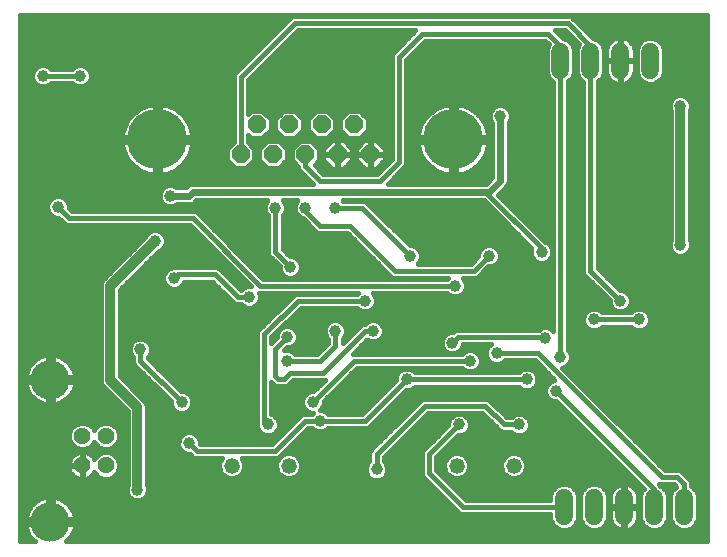
<source format=gbl>
G75*
%MOIN*%
%OFA0B0*%
%FSLAX25Y25*%
%IPPOS*%
%LPD*%
%AMOC8*
5,1,8,0,0,1.08239X$1,22.5*
%
%ADD10C,0.06000*%
%ADD11C,0.05200*%
%ADD12C,0.13055*%
%ADD13C,0.05622*%
%ADD14OC8,0.06000*%
%ADD15C,0.20000*%
%ADD16C,0.01600*%
%ADD17C,0.03200*%
%ADD18C,0.03962*%
%ADD19C,0.02400*%
D10*
X0212706Y0020050D02*
X0212706Y0026050D01*
X0222706Y0026050D02*
X0222706Y0020050D01*
X0232706Y0020050D02*
X0232706Y0026050D01*
X0242706Y0026050D02*
X0242706Y0020050D01*
X0252706Y0020050D02*
X0252706Y0026050D01*
X0241456Y0168800D02*
X0241456Y0174800D01*
X0231456Y0174800D02*
X0231456Y0168800D01*
X0221456Y0168800D02*
X0221456Y0174800D01*
X0211456Y0174800D02*
X0211456Y0168800D01*
D11*
X0195956Y0036800D03*
X0176956Y0036800D03*
X0120956Y0036800D03*
X0101956Y0036800D03*
D12*
X0041456Y0018099D03*
X0041456Y0065501D03*
D13*
X0052125Y0046721D03*
X0059999Y0046721D03*
X0059999Y0036879D03*
X0052125Y0036879D03*
D14*
X0104856Y0140550D03*
X0115656Y0140550D03*
X0126456Y0140550D03*
X0137256Y0140550D03*
X0148056Y0140550D03*
X0142656Y0150550D03*
X0131856Y0150550D03*
X0121056Y0150550D03*
X0110256Y0150550D03*
D15*
X0077156Y0145550D03*
X0175756Y0145550D03*
D16*
X0031256Y0186961D02*
X0031256Y0011600D01*
X0036246Y0011600D01*
X0035953Y0011825D01*
X0035181Y0012597D01*
X0034517Y0013463D01*
X0033971Y0014408D01*
X0033553Y0015417D01*
X0033271Y0016471D01*
X0033162Y0017299D01*
X0040656Y0017299D01*
X0040656Y0018899D01*
X0033162Y0018899D01*
X0033271Y0019727D01*
X0033553Y0020782D01*
X0033971Y0021790D01*
X0034517Y0022736D01*
X0035181Y0023602D01*
X0035953Y0024374D01*
X0036819Y0025038D01*
X0037765Y0025584D01*
X0038773Y0026002D01*
X0039828Y0026284D01*
X0040656Y0026393D01*
X0040656Y0018899D01*
X0042256Y0018899D01*
X0049750Y0018899D01*
X0049641Y0019727D01*
X0049358Y0020782D01*
X0048941Y0021790D01*
X0048395Y0022736D01*
X0047730Y0023602D01*
X0046958Y0024374D01*
X0046092Y0025038D01*
X0045147Y0025584D01*
X0044138Y0026002D01*
X0043084Y0026284D01*
X0042256Y0026393D01*
X0042256Y0018899D01*
X0042256Y0017299D01*
X0049750Y0017299D01*
X0049641Y0016471D01*
X0049358Y0015417D01*
X0048941Y0014408D01*
X0048395Y0013463D01*
X0047730Y0012597D01*
X0046958Y0011825D01*
X0046665Y0011600D01*
X0260357Y0011600D01*
X0260357Y0186961D01*
X0031256Y0186961D01*
X0031256Y0185833D02*
X0121095Y0185833D01*
X0121596Y0186335D02*
X0103596Y0168335D01*
X0102921Y0167659D01*
X0102556Y0166777D01*
X0102556Y0144755D01*
X0100256Y0142455D01*
X0100256Y0138645D01*
X0102951Y0135950D01*
X0106761Y0135950D01*
X0109456Y0138645D01*
X0109456Y0142455D01*
X0107356Y0144555D01*
X0107356Y0146945D01*
X0108351Y0145950D01*
X0112161Y0145950D01*
X0114856Y0148645D01*
X0114856Y0152455D01*
X0112161Y0155150D01*
X0108351Y0155150D01*
X0107356Y0154155D01*
X0107356Y0165306D01*
X0123950Y0181900D01*
X0163162Y0181900D01*
X0155671Y0174409D01*
X0155306Y0173527D01*
X0155306Y0139044D01*
X0150462Y0134200D01*
X0132450Y0134200D01*
X0129531Y0137119D01*
X0131056Y0138645D01*
X0131056Y0142455D01*
X0128361Y0145150D01*
X0124551Y0145150D01*
X0121856Y0142455D01*
X0121856Y0138645D01*
X0124056Y0136445D01*
X0124056Y0136323D01*
X0124421Y0135441D01*
X0129012Y0130850D01*
X0088399Y0130850D01*
X0087370Y0130424D01*
X0086582Y0129636D01*
X0086546Y0129600D01*
X0083720Y0129600D01*
X0083484Y0129836D01*
X0082168Y0130381D01*
X0080744Y0130381D01*
X0079427Y0129836D01*
X0078420Y0128829D01*
X0077875Y0127512D01*
X0077875Y0126088D01*
X0078420Y0124771D01*
X0079427Y0123764D01*
X0080744Y0123219D01*
X0082168Y0123219D01*
X0083484Y0123764D01*
X0083720Y0124000D01*
X0088263Y0124000D01*
X0089292Y0124426D01*
X0090116Y0125250D01*
X0113841Y0125250D01*
X0113420Y0124829D01*
X0112875Y0123512D01*
X0112875Y0122088D01*
X0113420Y0120771D01*
X0114056Y0120136D01*
X0114056Y0107573D01*
X0114421Y0106691D01*
X0117875Y0103237D01*
X0117875Y0102338D01*
X0118420Y0101021D01*
X0119427Y0100014D01*
X0120744Y0099469D01*
X0122168Y0099469D01*
X0123484Y0100014D01*
X0124492Y0101021D01*
X0125037Y0102338D01*
X0125037Y0103762D01*
X0124492Y0105079D01*
X0123484Y0106086D01*
X0122168Y0106631D01*
X0121269Y0106631D01*
X0118856Y0109044D01*
X0118856Y0120136D01*
X0119492Y0120771D01*
X0120037Y0122088D01*
X0120037Y0123512D01*
X0119492Y0124829D01*
X0119070Y0125250D01*
X0123841Y0125250D01*
X0123420Y0124829D01*
X0122875Y0123512D01*
X0122875Y0122088D01*
X0123420Y0120771D01*
X0124427Y0119764D01*
X0125572Y0119290D01*
X0129421Y0115441D01*
X0130096Y0114765D01*
X0130979Y0114400D01*
X0140462Y0114400D01*
X0154421Y0100441D01*
X0155096Y0099765D01*
X0155979Y0099400D01*
X0173991Y0099400D01*
X0173791Y0099200D01*
X0112450Y0099200D01*
X0090991Y0120659D01*
X0090315Y0121335D01*
X0089433Y0121700D01*
X0048700Y0121700D01*
X0047537Y0122863D01*
X0047537Y0123762D01*
X0046992Y0125079D01*
X0045984Y0126086D01*
X0044668Y0126631D01*
X0043244Y0126631D01*
X0041927Y0126086D01*
X0040920Y0125079D01*
X0040375Y0123762D01*
X0040375Y0122338D01*
X0040920Y0121021D01*
X0041927Y0120014D01*
X0043244Y0119469D01*
X0044143Y0119469D01*
X0046346Y0117265D01*
X0047229Y0116900D01*
X0087962Y0116900D01*
X0108231Y0096631D01*
X0106994Y0096631D01*
X0105677Y0096086D01*
X0105041Y0095450D01*
X0104950Y0095450D01*
X0098491Y0101909D01*
X0097815Y0102585D01*
X0096933Y0102950D01*
X0083479Y0102950D01*
X0083312Y0102881D01*
X0081994Y0102881D01*
X0080677Y0102336D01*
X0079670Y0101329D01*
X0079125Y0100012D01*
X0079125Y0098588D01*
X0079670Y0097271D01*
X0080677Y0096264D01*
X0081994Y0095719D01*
X0083418Y0095719D01*
X0084734Y0096264D01*
X0085742Y0097271D01*
X0086106Y0098150D01*
X0095462Y0098150D01*
X0102596Y0091015D01*
X0103479Y0090650D01*
X0105041Y0090650D01*
X0105677Y0090014D01*
X0106994Y0089469D01*
X0108418Y0089469D01*
X0109734Y0090014D01*
X0110742Y0091021D01*
X0111287Y0092338D01*
X0111287Y0093762D01*
X0111023Y0094400D01*
X0143991Y0094400D01*
X0143791Y0094200D01*
X0123479Y0094200D01*
X0122596Y0093835D01*
X0111346Y0082585D01*
X0110671Y0081909D01*
X0110306Y0081027D01*
X0110306Y0051323D01*
X0110375Y0051156D01*
X0110375Y0049838D01*
X0110920Y0048521D01*
X0111927Y0047514D01*
X0113244Y0046969D01*
X0114668Y0046969D01*
X0115984Y0047514D01*
X0116992Y0048521D01*
X0117537Y0049838D01*
X0117537Y0051262D01*
X0116992Y0052579D01*
X0115984Y0053586D01*
X0115106Y0053950D01*
X0115106Y0064756D01*
X0116096Y0063765D01*
X0116979Y0063400D01*
X0119933Y0063400D01*
X0120815Y0063765D01*
X0121491Y0064441D01*
X0122450Y0065400D01*
X0132912Y0065400D01*
X0129143Y0061631D01*
X0128244Y0061631D01*
X0126927Y0061086D01*
X0125920Y0060079D01*
X0125375Y0058762D01*
X0125375Y0057338D01*
X0125920Y0056021D01*
X0126927Y0055014D01*
X0128244Y0054469D01*
X0129060Y0054469D01*
X0128791Y0054200D01*
X0125979Y0054200D01*
X0125096Y0053835D01*
X0115462Y0044200D01*
X0091287Y0044200D01*
X0091287Y0045012D01*
X0090742Y0046329D01*
X0089734Y0047336D01*
X0088418Y0047881D01*
X0086994Y0047881D01*
X0085677Y0047336D01*
X0084670Y0046329D01*
X0084125Y0045012D01*
X0084125Y0043588D01*
X0084670Y0042271D01*
X0085677Y0041264D01*
X0086994Y0040719D01*
X0087893Y0040719D01*
X0088846Y0039765D01*
X0089729Y0039400D01*
X0098616Y0039400D01*
X0098395Y0039179D01*
X0097756Y0037635D01*
X0097756Y0035965D01*
X0098395Y0034421D01*
X0099577Y0033239D01*
X0101120Y0032600D01*
X0102791Y0032600D01*
X0104335Y0033239D01*
X0105516Y0034421D01*
X0106156Y0035965D01*
X0106156Y0037635D01*
X0105516Y0039179D01*
X0105296Y0039400D01*
X0116933Y0039400D01*
X0117815Y0039765D01*
X0118491Y0040441D01*
X0127450Y0049400D01*
X0128791Y0049400D01*
X0129427Y0048764D01*
X0130744Y0048219D01*
X0132168Y0048219D01*
X0133484Y0048764D01*
X0134120Y0049400D01*
X0146933Y0049400D01*
X0147815Y0049765D01*
X0160019Y0061969D01*
X0160918Y0061969D01*
X0162234Y0062514D01*
X0162870Y0063150D01*
X0197541Y0063150D01*
X0198177Y0062514D01*
X0199494Y0061969D01*
X0200918Y0061969D01*
X0202234Y0062514D01*
X0203242Y0063521D01*
X0203787Y0064838D01*
X0203787Y0066262D01*
X0203242Y0067579D01*
X0202234Y0068586D01*
X0200918Y0069131D01*
X0199494Y0069131D01*
X0198177Y0068586D01*
X0197541Y0067950D01*
X0162870Y0067950D01*
X0162234Y0068586D01*
X0160918Y0069131D01*
X0159494Y0069131D01*
X0158177Y0068586D01*
X0157170Y0067579D01*
X0156625Y0066262D01*
X0156625Y0065363D01*
X0145462Y0054200D01*
X0134120Y0054200D01*
X0133484Y0054836D01*
X0132168Y0055381D01*
X0131351Y0055381D01*
X0131992Y0056021D01*
X0132537Y0057338D01*
X0132537Y0058237D01*
X0143700Y0069400D01*
X0178791Y0069400D01*
X0179427Y0068764D01*
X0180744Y0068219D01*
X0182168Y0068219D01*
X0183484Y0068764D01*
X0184492Y0069771D01*
X0185037Y0071088D01*
X0185037Y0072512D01*
X0184492Y0073829D01*
X0183484Y0074836D01*
X0182168Y0075381D01*
X0180744Y0075381D01*
X0179427Y0074836D01*
X0178791Y0074200D01*
X0142250Y0074200D01*
X0146871Y0078821D01*
X0146927Y0078764D01*
X0148244Y0078219D01*
X0149668Y0078219D01*
X0150984Y0078764D01*
X0151992Y0079771D01*
X0152537Y0081088D01*
X0152537Y0082512D01*
X0151992Y0083829D01*
X0150984Y0084836D01*
X0149668Y0085381D01*
X0148244Y0085381D01*
X0146927Y0084836D01*
X0146291Y0084200D01*
X0145979Y0084200D01*
X0145096Y0083835D01*
X0138856Y0077594D01*
X0138856Y0079136D01*
X0139492Y0079771D01*
X0140037Y0081088D01*
X0140037Y0082512D01*
X0139492Y0083829D01*
X0138484Y0084836D01*
X0137168Y0085381D01*
X0135744Y0085381D01*
X0134427Y0084836D01*
X0133420Y0083829D01*
X0132875Y0082512D01*
X0132875Y0081088D01*
X0133420Y0079771D01*
X0134056Y0079136D01*
X0134056Y0077794D01*
X0130462Y0074200D01*
X0122870Y0074200D01*
X0122234Y0074836D01*
X0120918Y0075381D01*
X0119494Y0075381D01*
X0119387Y0075337D01*
X0120269Y0076219D01*
X0121168Y0076219D01*
X0122484Y0076764D01*
X0123492Y0077771D01*
X0124037Y0079088D01*
X0124037Y0080512D01*
X0123492Y0081829D01*
X0122484Y0082836D01*
X0121168Y0083381D01*
X0119744Y0083381D01*
X0118427Y0082836D01*
X0117420Y0081829D01*
X0116875Y0080512D01*
X0116875Y0079613D01*
X0115106Y0077844D01*
X0115106Y0079556D01*
X0124950Y0089400D01*
X0143791Y0089400D01*
X0144427Y0088764D01*
X0145744Y0088219D01*
X0147168Y0088219D01*
X0148484Y0088764D01*
X0149492Y0089771D01*
X0150037Y0091088D01*
X0150037Y0092512D01*
X0149492Y0093829D01*
X0148920Y0094400D01*
X0173791Y0094400D01*
X0174427Y0093764D01*
X0175744Y0093219D01*
X0177168Y0093219D01*
X0178484Y0093764D01*
X0179492Y0094771D01*
X0180037Y0096088D01*
X0180037Y0097512D01*
X0179492Y0098829D01*
X0178920Y0099400D01*
X0183183Y0099400D01*
X0184065Y0099765D01*
X0187519Y0103219D01*
X0188418Y0103219D01*
X0189734Y0103764D01*
X0190742Y0104771D01*
X0191287Y0106088D01*
X0191287Y0107512D01*
X0190742Y0108829D01*
X0189734Y0109836D01*
X0188418Y0110381D01*
X0186994Y0110381D01*
X0185677Y0109836D01*
X0184670Y0108829D01*
X0184125Y0107512D01*
X0184125Y0106613D01*
X0181712Y0104200D01*
X0163920Y0104200D01*
X0164492Y0104771D01*
X0165037Y0106088D01*
X0165037Y0107512D01*
X0164492Y0108829D01*
X0163484Y0109836D01*
X0162168Y0110381D01*
X0161269Y0110381D01*
X0146815Y0124835D01*
X0145933Y0125200D01*
X0139120Y0125200D01*
X0139070Y0125250D01*
X0185862Y0125250D01*
X0201837Y0109275D01*
X0201625Y0108762D01*
X0201625Y0107338D01*
X0202170Y0106021D01*
X0203177Y0105014D01*
X0204494Y0104469D01*
X0205918Y0104469D01*
X0207234Y0105014D01*
X0208242Y0106021D01*
X0208787Y0107338D01*
X0208787Y0108762D01*
X0208242Y0110079D01*
X0207234Y0111086D01*
X0206517Y0111383D01*
X0190758Y0127142D01*
X0193042Y0129426D01*
X0193830Y0130214D01*
X0194256Y0131243D01*
X0194256Y0151036D01*
X0194492Y0151271D01*
X0195037Y0152588D01*
X0195037Y0154012D01*
X0194492Y0155329D01*
X0193484Y0156336D01*
X0192168Y0156881D01*
X0190744Y0156881D01*
X0189427Y0156336D01*
X0188420Y0155329D01*
X0187875Y0154012D01*
X0187875Y0152588D01*
X0188420Y0151271D01*
X0188656Y0151036D01*
X0188656Y0132960D01*
X0186546Y0130850D01*
X0153900Y0130850D01*
X0159741Y0136691D01*
X0160106Y0137573D01*
X0160106Y0172056D01*
X0166450Y0178400D01*
X0206462Y0178400D01*
X0207527Y0177335D01*
X0206856Y0175715D01*
X0206856Y0167885D01*
X0207556Y0166194D01*
X0208850Y0164900D01*
X0209056Y0164815D01*
X0209056Y0081764D01*
X0208484Y0082336D01*
X0207168Y0082881D01*
X0205744Y0082881D01*
X0204427Y0082336D01*
X0204291Y0082200D01*
X0176979Y0082200D01*
X0176096Y0081835D01*
X0175643Y0081381D01*
X0174744Y0081381D01*
X0173427Y0080836D01*
X0172420Y0079829D01*
X0171875Y0078512D01*
X0171875Y0077088D01*
X0172420Y0075771D01*
X0173427Y0074764D01*
X0174744Y0074219D01*
X0176168Y0074219D01*
X0177484Y0074764D01*
X0178492Y0075771D01*
X0179037Y0077088D01*
X0179037Y0077400D01*
X0188332Y0077400D01*
X0188177Y0077336D01*
X0187170Y0076329D01*
X0186625Y0075012D01*
X0186625Y0073588D01*
X0187170Y0072271D01*
X0188177Y0071264D01*
X0189494Y0070719D01*
X0190918Y0070719D01*
X0192234Y0071264D01*
X0192870Y0071900D01*
X0202962Y0071900D01*
X0209481Y0065381D01*
X0209244Y0065381D01*
X0207927Y0064836D01*
X0206920Y0063829D01*
X0206375Y0062512D01*
X0206375Y0061088D01*
X0206920Y0059771D01*
X0207927Y0058764D01*
X0209244Y0058219D01*
X0210143Y0058219D01*
X0239256Y0029106D01*
X0238806Y0028656D01*
X0238106Y0026965D01*
X0238106Y0019135D01*
X0238806Y0017444D01*
X0240100Y0016150D01*
X0241791Y0015450D01*
X0243621Y0015450D01*
X0245312Y0016150D01*
X0246606Y0017444D01*
X0247306Y0019135D01*
X0247306Y0026965D01*
X0246606Y0028656D01*
X0245312Y0029950D01*
X0244852Y0030140D01*
X0244741Y0030409D01*
X0244338Y0030812D01*
X0244729Y0030650D01*
X0249212Y0030650D01*
X0250006Y0029856D01*
X0248806Y0028656D01*
X0248106Y0026965D01*
X0248106Y0019135D01*
X0248806Y0017444D01*
X0250100Y0016150D01*
X0251791Y0015450D01*
X0253621Y0015450D01*
X0255312Y0016150D01*
X0256606Y0017444D01*
X0257306Y0019135D01*
X0257306Y0026965D01*
X0256606Y0028656D01*
X0255312Y0029950D01*
X0255106Y0030035D01*
X0255106Y0031027D01*
X0254741Y0031909D01*
X0254065Y0032585D01*
X0251565Y0035085D01*
X0250683Y0035450D01*
X0246200Y0035450D01*
X0212177Y0069473D01*
X0213484Y0070014D01*
X0214492Y0071021D01*
X0215037Y0072338D01*
X0215037Y0073762D01*
X0214492Y0075079D01*
X0213856Y0075714D01*
X0213856Y0164815D01*
X0214062Y0164900D01*
X0215356Y0166194D01*
X0216056Y0167885D01*
X0216056Y0175715D01*
X0215356Y0177406D01*
X0214062Y0178700D01*
X0212371Y0179400D01*
X0212250Y0179400D01*
X0209750Y0181900D01*
X0212962Y0181900D01*
X0217527Y0177335D01*
X0216856Y0175715D01*
X0216856Y0167885D01*
X0217556Y0166194D01*
X0218850Y0164900D01*
X0219056Y0164815D01*
X0219056Y0101323D01*
X0219421Y0100441D01*
X0227875Y0091987D01*
X0227875Y0091088D01*
X0228420Y0089771D01*
X0229427Y0088764D01*
X0230744Y0088219D01*
X0232168Y0088219D01*
X0233484Y0088764D01*
X0234492Y0089771D01*
X0235037Y0091088D01*
X0235037Y0092512D01*
X0234492Y0093829D01*
X0233484Y0094836D01*
X0232168Y0095381D01*
X0231269Y0095381D01*
X0223856Y0102794D01*
X0223856Y0164815D01*
X0224062Y0164900D01*
X0225356Y0166194D01*
X0226056Y0167885D01*
X0226056Y0175715D01*
X0225356Y0177406D01*
X0224062Y0178700D01*
X0222371Y0179400D01*
X0222250Y0179400D01*
X0215315Y0186335D01*
X0214433Y0186700D01*
X0122479Y0186700D01*
X0121596Y0186335D01*
X0122956Y0184300D02*
X0104956Y0166300D01*
X0104956Y0140650D01*
X0104856Y0140550D01*
X0108689Y0137878D02*
X0111823Y0137878D01*
X0111056Y0138645D02*
X0113751Y0135950D01*
X0117561Y0135950D01*
X0120256Y0138645D01*
X0120256Y0142455D01*
X0117561Y0145150D01*
X0113751Y0145150D01*
X0111056Y0142455D01*
X0111056Y0138645D01*
X0111056Y0139476D02*
X0109456Y0139476D01*
X0109456Y0141075D02*
X0111056Y0141075D01*
X0111274Y0142673D02*
X0109238Y0142673D01*
X0107639Y0144272D02*
X0112873Y0144272D01*
X0113680Y0147469D02*
X0117632Y0147469D01*
X0116456Y0148645D02*
X0119151Y0145950D01*
X0122961Y0145950D01*
X0125656Y0148645D01*
X0125656Y0152455D01*
X0122961Y0155150D01*
X0119151Y0155150D01*
X0116456Y0152455D01*
X0116456Y0148645D01*
X0116456Y0149068D02*
X0114856Y0149068D01*
X0114856Y0150666D02*
X0116456Y0150666D01*
X0116456Y0152265D02*
X0114856Y0152265D01*
X0113448Y0153863D02*
X0117864Y0153863D01*
X0124248Y0153863D02*
X0128664Y0153863D01*
X0129951Y0155150D02*
X0127256Y0152455D01*
X0127256Y0148645D01*
X0129951Y0145950D01*
X0133761Y0145950D01*
X0136456Y0148645D01*
X0136456Y0152455D01*
X0133761Y0155150D01*
X0129951Y0155150D01*
X0127256Y0152265D02*
X0125656Y0152265D01*
X0125656Y0150666D02*
X0127256Y0150666D01*
X0127256Y0149068D02*
X0125656Y0149068D01*
X0124480Y0147469D02*
X0128432Y0147469D01*
X0129239Y0144272D02*
X0134190Y0144272D01*
X0135268Y0145350D02*
X0132456Y0142538D01*
X0132456Y0140750D01*
X0137056Y0140750D01*
X0137056Y0145350D01*
X0135268Y0145350D01*
X0137056Y0144272D02*
X0137456Y0144272D01*
X0137456Y0145350D02*
X0139244Y0145350D01*
X0142056Y0142538D01*
X0142056Y0140750D01*
X0137456Y0140750D01*
X0137456Y0140350D01*
X0142056Y0140350D01*
X0142056Y0138562D01*
X0139244Y0135750D01*
X0137456Y0135750D01*
X0137456Y0140350D01*
X0137056Y0140350D01*
X0137056Y0135750D01*
X0135268Y0135750D01*
X0132456Y0138562D01*
X0132456Y0140350D01*
X0137056Y0140350D01*
X0137056Y0140750D01*
X0137456Y0140750D01*
X0137456Y0145350D01*
X0137456Y0142673D02*
X0137056Y0142673D01*
X0137056Y0141075D02*
X0137456Y0141075D01*
X0137456Y0139476D02*
X0137056Y0139476D01*
X0137056Y0137878D02*
X0137456Y0137878D01*
X0137456Y0136279D02*
X0137056Y0136279D01*
X0134738Y0136279D02*
X0130371Y0136279D01*
X0130289Y0137878D02*
X0133140Y0137878D01*
X0132456Y0139476D02*
X0131056Y0139476D01*
X0131056Y0141075D02*
X0132456Y0141075D01*
X0132591Y0142673D02*
X0130838Y0142673D01*
X0126456Y0140550D02*
X0126456Y0136800D01*
X0131456Y0131800D01*
X0151456Y0131800D01*
X0157706Y0138050D01*
X0157706Y0173050D01*
X0165456Y0180800D01*
X0207456Y0180800D01*
X0211456Y0176800D01*
X0211456Y0171800D01*
X0211456Y0073050D01*
X0214034Y0075536D02*
X0260357Y0075536D01*
X0260357Y0077134D02*
X0213856Y0077134D01*
X0213856Y0078733D02*
X0260357Y0078733D01*
X0260357Y0080332D02*
X0213856Y0080332D01*
X0213856Y0081930D02*
X0260357Y0081930D01*
X0260357Y0083529D02*
X0240745Y0083529D01*
X0240742Y0083521D02*
X0241287Y0084838D01*
X0241287Y0086262D01*
X0240742Y0087579D01*
X0239734Y0088586D01*
X0238418Y0089131D01*
X0236994Y0089131D01*
X0235677Y0088586D01*
X0235041Y0087950D01*
X0225370Y0087950D01*
X0224734Y0088586D01*
X0223418Y0089131D01*
X0221994Y0089131D01*
X0220677Y0088586D01*
X0219670Y0087579D01*
X0219125Y0086262D01*
X0219125Y0084838D01*
X0219670Y0083521D01*
X0220677Y0082514D01*
X0221994Y0081969D01*
X0223418Y0081969D01*
X0224734Y0082514D01*
X0225370Y0083150D01*
X0235041Y0083150D01*
X0235677Y0082514D01*
X0236994Y0081969D01*
X0238418Y0081969D01*
X0239734Y0082514D01*
X0240742Y0083521D01*
X0241287Y0085127D02*
X0260357Y0085127D01*
X0260357Y0086726D02*
X0241095Y0086726D01*
X0239996Y0088324D02*
X0260357Y0088324D01*
X0260357Y0089923D02*
X0234554Y0089923D01*
X0235037Y0091521D02*
X0260357Y0091521D01*
X0260357Y0093120D02*
X0234785Y0093120D01*
X0233602Y0094718D02*
X0260357Y0094718D01*
X0260357Y0096317D02*
X0230333Y0096317D01*
X0228735Y0097915D02*
X0260357Y0097915D01*
X0260357Y0099514D02*
X0227136Y0099514D01*
X0225538Y0101112D02*
X0260357Y0101112D01*
X0260357Y0102711D02*
X0223939Y0102711D01*
X0223856Y0104309D02*
X0260357Y0104309D01*
X0260357Y0105908D02*
X0223856Y0105908D01*
X0223856Y0107506D02*
X0249185Y0107506D01*
X0249427Y0107264D02*
X0250744Y0106719D01*
X0252168Y0106719D01*
X0253484Y0107264D01*
X0254492Y0108271D01*
X0255037Y0109588D01*
X0255037Y0111012D01*
X0254656Y0111932D01*
X0254656Y0155168D01*
X0255037Y0156088D01*
X0255037Y0157512D01*
X0254492Y0158829D01*
X0253484Y0159836D01*
X0252168Y0160381D01*
X0250744Y0160381D01*
X0249427Y0159836D01*
X0248420Y0158829D01*
X0247875Y0157512D01*
X0247875Y0156088D01*
X0248256Y0155168D01*
X0248256Y0111932D01*
X0247875Y0111012D01*
X0247875Y0109588D01*
X0248420Y0108271D01*
X0249427Y0107264D01*
X0248075Y0109105D02*
X0223856Y0109105D01*
X0223856Y0110703D02*
X0247875Y0110703D01*
X0248256Y0112302D02*
X0223856Y0112302D01*
X0223856Y0113900D02*
X0248256Y0113900D01*
X0248256Y0115499D02*
X0223856Y0115499D01*
X0223856Y0117097D02*
X0248256Y0117097D01*
X0248256Y0118696D02*
X0223856Y0118696D01*
X0223856Y0120294D02*
X0248256Y0120294D01*
X0248256Y0121893D02*
X0223856Y0121893D01*
X0223856Y0123491D02*
X0248256Y0123491D01*
X0248256Y0125090D02*
X0223856Y0125090D01*
X0223856Y0126688D02*
X0248256Y0126688D01*
X0248256Y0128287D02*
X0223856Y0128287D01*
X0223856Y0129885D02*
X0248256Y0129885D01*
X0248256Y0131484D02*
X0223856Y0131484D01*
X0223856Y0133082D02*
X0248256Y0133082D01*
X0248256Y0134681D02*
X0223856Y0134681D01*
X0223856Y0136279D02*
X0248256Y0136279D01*
X0248256Y0137878D02*
X0223856Y0137878D01*
X0223856Y0139476D02*
X0248256Y0139476D01*
X0248256Y0141075D02*
X0223856Y0141075D01*
X0223856Y0142673D02*
X0248256Y0142673D01*
X0248256Y0144272D02*
X0223856Y0144272D01*
X0223856Y0145870D02*
X0248256Y0145870D01*
X0248256Y0147469D02*
X0223856Y0147469D01*
X0223856Y0149068D02*
X0248256Y0149068D01*
X0248256Y0150666D02*
X0223856Y0150666D01*
X0223856Y0152265D02*
X0248256Y0152265D01*
X0248256Y0153863D02*
X0223856Y0153863D01*
X0223856Y0155462D02*
X0248134Y0155462D01*
X0247875Y0157060D02*
X0223856Y0157060D01*
X0223856Y0158659D02*
X0248350Y0158659D01*
X0250444Y0160257D02*
X0223856Y0160257D01*
X0223856Y0161856D02*
X0260357Y0161856D01*
X0260357Y0163454D02*
X0223856Y0163454D01*
X0224214Y0165053D02*
X0228447Y0165053D01*
X0228329Y0165139D02*
X0228940Y0164695D01*
X0229613Y0164352D01*
X0230332Y0164118D01*
X0231078Y0164000D01*
X0231256Y0164000D01*
X0231256Y0171600D01*
X0231656Y0171600D01*
X0231656Y0172000D01*
X0236256Y0172000D01*
X0236256Y0175178D01*
X0236138Y0175924D01*
X0235904Y0176643D01*
X0235561Y0177316D01*
X0235117Y0177927D01*
X0234583Y0178461D01*
X0233972Y0178905D01*
X0233298Y0179248D01*
X0232580Y0179482D01*
X0231834Y0179600D01*
X0231656Y0179600D01*
X0231656Y0172000D01*
X0231256Y0172000D01*
X0231256Y0179600D01*
X0231078Y0179600D01*
X0230332Y0179482D01*
X0229613Y0179248D01*
X0228940Y0178905D01*
X0228329Y0178461D01*
X0227795Y0177927D01*
X0227351Y0177316D01*
X0227008Y0176643D01*
X0226774Y0175924D01*
X0226656Y0175178D01*
X0226656Y0172000D01*
X0231256Y0172000D01*
X0231256Y0171600D01*
X0226656Y0171600D01*
X0226656Y0168422D01*
X0226774Y0167676D01*
X0227008Y0166957D01*
X0227351Y0166284D01*
X0227795Y0165673D01*
X0228329Y0165139D01*
X0227164Y0166651D02*
X0225545Y0166651D01*
X0226056Y0168250D02*
X0226683Y0168250D01*
X0226656Y0169848D02*
X0226056Y0169848D01*
X0226056Y0171447D02*
X0226656Y0171447D01*
X0226656Y0173045D02*
X0226056Y0173045D01*
X0226056Y0174644D02*
X0226656Y0174644D01*
X0226877Y0176242D02*
X0225838Y0176242D01*
X0224921Y0177841D02*
X0227732Y0177841D01*
X0230201Y0179439D02*
X0222211Y0179439D01*
X0220612Y0181038D02*
X0260357Y0181038D01*
X0260357Y0182636D02*
X0219014Y0182636D01*
X0217415Y0184235D02*
X0260357Y0184235D01*
X0260357Y0185833D02*
X0215817Y0185833D01*
X0213956Y0184300D02*
X0221456Y0176800D01*
X0221456Y0171800D01*
X0221456Y0101800D01*
X0231456Y0091800D01*
X0227875Y0091521D02*
X0213856Y0091521D01*
X0213856Y0089923D02*
X0228357Y0089923D01*
X0230490Y0088324D02*
X0224996Y0088324D01*
X0222706Y0085550D02*
X0237706Y0085550D01*
X0235416Y0088324D02*
X0232422Y0088324D01*
X0226742Y0093120D02*
X0213856Y0093120D01*
X0213856Y0094718D02*
X0225144Y0094718D01*
X0223545Y0096317D02*
X0213856Y0096317D01*
X0213856Y0097915D02*
X0221947Y0097915D01*
X0220348Y0099514D02*
X0213856Y0099514D01*
X0213856Y0101112D02*
X0219143Y0101112D01*
X0219056Y0102711D02*
X0213856Y0102711D01*
X0213856Y0104309D02*
X0219056Y0104309D01*
X0219056Y0105908D02*
X0213856Y0105908D01*
X0213856Y0107506D02*
X0219056Y0107506D01*
X0219056Y0109105D02*
X0213856Y0109105D01*
X0213856Y0110703D02*
X0219056Y0110703D01*
X0219056Y0112302D02*
X0213856Y0112302D01*
X0213856Y0113900D02*
X0219056Y0113900D01*
X0219056Y0115499D02*
X0213856Y0115499D01*
X0213856Y0117097D02*
X0219056Y0117097D01*
X0219056Y0118696D02*
X0213856Y0118696D01*
X0213856Y0120294D02*
X0219056Y0120294D01*
X0219056Y0121893D02*
X0213856Y0121893D01*
X0213856Y0123491D02*
X0219056Y0123491D01*
X0219056Y0125090D02*
X0213856Y0125090D01*
X0213856Y0126688D02*
X0219056Y0126688D01*
X0219056Y0128287D02*
X0213856Y0128287D01*
X0213856Y0129885D02*
X0219056Y0129885D01*
X0219056Y0131484D02*
X0213856Y0131484D01*
X0213856Y0133082D02*
X0219056Y0133082D01*
X0219056Y0134681D02*
X0213856Y0134681D01*
X0213856Y0136279D02*
X0219056Y0136279D01*
X0219056Y0137878D02*
X0213856Y0137878D01*
X0213856Y0139476D02*
X0219056Y0139476D01*
X0219056Y0141075D02*
X0213856Y0141075D01*
X0213856Y0142673D02*
X0219056Y0142673D01*
X0219056Y0144272D02*
X0213856Y0144272D01*
X0213856Y0145870D02*
X0219056Y0145870D01*
X0219056Y0147469D02*
X0213856Y0147469D01*
X0213856Y0149068D02*
X0219056Y0149068D01*
X0219056Y0150666D02*
X0213856Y0150666D01*
X0213856Y0152265D02*
X0219056Y0152265D01*
X0219056Y0153863D02*
X0213856Y0153863D01*
X0213856Y0155462D02*
X0219056Y0155462D01*
X0219056Y0157060D02*
X0213856Y0157060D01*
X0213856Y0158659D02*
X0219056Y0158659D01*
X0219056Y0160257D02*
X0213856Y0160257D01*
X0213856Y0161856D02*
X0219056Y0161856D01*
X0219056Y0163454D02*
X0213856Y0163454D01*
X0214214Y0165053D02*
X0218698Y0165053D01*
X0217367Y0166651D02*
X0215545Y0166651D01*
X0216056Y0168250D02*
X0216856Y0168250D01*
X0216856Y0169848D02*
X0216056Y0169848D01*
X0216056Y0171447D02*
X0216856Y0171447D01*
X0216856Y0173045D02*
X0216056Y0173045D01*
X0216056Y0174644D02*
X0216856Y0174644D01*
X0217074Y0176242D02*
X0215838Y0176242D01*
X0214921Y0177841D02*
X0217021Y0177841D01*
X0215423Y0179439D02*
X0212211Y0179439D01*
X0210612Y0181038D02*
X0213824Y0181038D01*
X0213956Y0184300D02*
X0122956Y0184300D01*
X0123088Y0181038D02*
X0162300Y0181038D01*
X0160701Y0179439D02*
X0121489Y0179439D01*
X0119891Y0177841D02*
X0159103Y0177841D01*
X0157504Y0176242D02*
X0118292Y0176242D01*
X0116694Y0174644D02*
X0155905Y0174644D01*
X0155306Y0173045D02*
X0115095Y0173045D01*
X0113497Y0171447D02*
X0155306Y0171447D01*
X0155306Y0169848D02*
X0111898Y0169848D01*
X0110300Y0168250D02*
X0155306Y0168250D01*
X0155306Y0166651D02*
X0108701Y0166651D01*
X0107356Y0165053D02*
X0155306Y0165053D01*
X0155306Y0163454D02*
X0107356Y0163454D01*
X0107356Y0161856D02*
X0155306Y0161856D01*
X0155306Y0160257D02*
X0107356Y0160257D01*
X0107356Y0158659D02*
X0155306Y0158659D01*
X0155306Y0157060D02*
X0107356Y0157060D01*
X0107356Y0155462D02*
X0155306Y0155462D01*
X0155306Y0153863D02*
X0145848Y0153863D01*
X0144561Y0155150D02*
X0147256Y0152455D01*
X0147256Y0148645D01*
X0144561Y0145950D01*
X0140751Y0145950D01*
X0138056Y0148645D01*
X0138056Y0152455D01*
X0140751Y0155150D01*
X0144561Y0155150D01*
X0147256Y0152265D02*
X0155306Y0152265D01*
X0155306Y0150666D02*
X0147256Y0150666D01*
X0147256Y0149068D02*
X0155306Y0149068D01*
X0155306Y0147469D02*
X0146080Y0147469D01*
X0146068Y0145350D02*
X0143256Y0142538D01*
X0143256Y0140750D01*
X0147856Y0140750D01*
X0147856Y0145350D01*
X0146068Y0145350D01*
X0144990Y0144272D02*
X0140322Y0144272D01*
X0141921Y0142673D02*
X0143391Y0142673D01*
X0143256Y0141075D02*
X0142056Y0141075D01*
X0143256Y0140350D02*
X0143256Y0138562D01*
X0146068Y0135750D01*
X0147856Y0135750D01*
X0147856Y0140350D01*
X0148256Y0140350D01*
X0148256Y0140750D01*
X0152856Y0140750D01*
X0152856Y0142538D01*
X0150044Y0145350D01*
X0148256Y0145350D01*
X0148256Y0140750D01*
X0147856Y0140750D01*
X0147856Y0140350D01*
X0143256Y0140350D01*
X0143256Y0139476D02*
X0142056Y0139476D01*
X0141372Y0137878D02*
X0143940Y0137878D01*
X0145538Y0136279D02*
X0139774Y0136279D01*
X0131969Y0134681D02*
X0150943Y0134681D01*
X0150044Y0135750D02*
X0152856Y0138562D01*
X0152856Y0140350D01*
X0148256Y0140350D01*
X0148256Y0135750D01*
X0150044Y0135750D01*
X0150574Y0136279D02*
X0152541Y0136279D01*
X0152172Y0137878D02*
X0154140Y0137878D01*
X0155306Y0139476D02*
X0152856Y0139476D01*
X0152856Y0141075D02*
X0155306Y0141075D01*
X0155306Y0142673D02*
X0152721Y0142673D01*
X0151122Y0144272D02*
X0155306Y0144272D01*
X0155306Y0145870D02*
X0107356Y0145870D01*
X0102556Y0145870D02*
X0077956Y0145870D01*
X0077956Y0146350D02*
X0088940Y0146350D01*
X0088808Y0147530D01*
X0088513Y0148822D01*
X0088075Y0150073D01*
X0087500Y0151267D01*
X0086795Y0152389D01*
X0085968Y0153425D01*
X0085031Y0154362D01*
X0083995Y0155189D01*
X0082873Y0155894D01*
X0081679Y0156469D01*
X0080428Y0156907D01*
X0079136Y0157202D01*
X0077956Y0157335D01*
X0077956Y0146350D01*
X0077956Y0144750D01*
X0088940Y0144750D01*
X0088808Y0143570D01*
X0088513Y0142278D01*
X0088075Y0141027D01*
X0087500Y0139833D01*
X0086795Y0138711D01*
X0085968Y0137675D01*
X0085031Y0136738D01*
X0083995Y0135911D01*
X0082873Y0135206D01*
X0081679Y0134631D01*
X0080428Y0134193D01*
X0079136Y0133898D01*
X0077956Y0133765D01*
X0077956Y0144750D01*
X0076356Y0144750D01*
X0076356Y0133765D01*
X0075176Y0133898D01*
X0073884Y0134193D01*
X0072633Y0134631D01*
X0071439Y0135206D01*
X0070317Y0135911D01*
X0069281Y0136738D01*
X0068343Y0137675D01*
X0067517Y0138711D01*
X0066812Y0139833D01*
X0066237Y0141027D01*
X0065799Y0142278D01*
X0065504Y0143570D01*
X0065371Y0144750D01*
X0076356Y0144750D01*
X0076356Y0146350D01*
X0076356Y0157335D01*
X0075176Y0157202D01*
X0073884Y0156907D01*
X0072633Y0156469D01*
X0071439Y0155894D01*
X0070317Y0155189D01*
X0069281Y0154362D01*
X0068343Y0153425D01*
X0067517Y0152389D01*
X0066812Y0151267D01*
X0066237Y0150073D01*
X0065799Y0148822D01*
X0065504Y0147530D01*
X0065371Y0146350D01*
X0076356Y0146350D01*
X0077956Y0146350D01*
X0077956Y0147469D02*
X0076356Y0147469D01*
X0076356Y0145870D02*
X0031256Y0145870D01*
X0031256Y0144272D02*
X0065425Y0144272D01*
X0065709Y0142673D02*
X0031256Y0142673D01*
X0031256Y0141075D02*
X0066220Y0141075D01*
X0067036Y0139476D02*
X0031256Y0139476D01*
X0031256Y0137878D02*
X0068181Y0137878D01*
X0069855Y0136279D02*
X0031256Y0136279D01*
X0031256Y0134681D02*
X0072530Y0134681D01*
X0076356Y0134681D02*
X0077956Y0134681D01*
X0077956Y0136279D02*
X0076356Y0136279D01*
X0076356Y0137878D02*
X0077956Y0137878D01*
X0077956Y0139476D02*
X0076356Y0139476D01*
X0076356Y0141075D02*
X0077956Y0141075D01*
X0077956Y0142673D02*
X0076356Y0142673D01*
X0076356Y0144272D02*
X0077956Y0144272D01*
X0077956Y0149068D02*
X0076356Y0149068D01*
X0076356Y0150666D02*
X0077956Y0150666D01*
X0077956Y0152265D02*
X0076356Y0152265D01*
X0076356Y0153863D02*
X0077956Y0153863D01*
X0077956Y0155462D02*
X0076356Y0155462D01*
X0076356Y0157060D02*
X0077956Y0157060D01*
X0079756Y0157060D02*
X0102556Y0157060D01*
X0102556Y0155462D02*
X0083561Y0155462D01*
X0085531Y0153863D02*
X0102556Y0153863D01*
X0102556Y0152265D02*
X0086873Y0152265D01*
X0087789Y0150666D02*
X0102556Y0150666D01*
X0102556Y0149068D02*
X0088427Y0149068D01*
X0088814Y0147469D02*
X0102556Y0147469D01*
X0102073Y0144272D02*
X0088887Y0144272D01*
X0088603Y0142673D02*
X0100474Y0142673D01*
X0100256Y0141075D02*
X0088092Y0141075D01*
X0087276Y0139476D02*
X0100256Y0139476D01*
X0101023Y0137878D02*
X0086130Y0137878D01*
X0084457Y0136279D02*
X0102621Y0136279D01*
X0107091Y0136279D02*
X0113421Y0136279D01*
X0117891Y0136279D02*
X0124074Y0136279D01*
X0125181Y0134681D02*
X0081782Y0134681D01*
X0083365Y0129885D02*
X0086831Y0129885D01*
X0086582Y0129636D02*
X0086582Y0129636D01*
X0089956Y0125090D02*
X0113681Y0125090D01*
X0112875Y0123491D02*
X0082826Y0123491D01*
X0080086Y0123491D02*
X0047537Y0123491D01*
X0046980Y0125090D02*
X0078288Y0125090D01*
X0077875Y0126688D02*
X0031256Y0126688D01*
X0031256Y0125090D02*
X0040931Y0125090D01*
X0040375Y0123491D02*
X0031256Y0123491D01*
X0031256Y0121893D02*
X0040559Y0121893D01*
X0041647Y0120294D02*
X0031256Y0120294D01*
X0031256Y0118696D02*
X0044916Y0118696D01*
X0046752Y0117097D02*
X0031256Y0117097D01*
X0031256Y0115499D02*
X0089363Y0115499D01*
X0090962Y0113900D02*
X0079420Y0113900D01*
X0079492Y0113829D02*
X0078484Y0114836D01*
X0077168Y0115381D01*
X0075744Y0115381D01*
X0074427Y0114836D01*
X0073420Y0113829D01*
X0073039Y0112908D01*
X0058743Y0098613D01*
X0058256Y0097437D01*
X0058256Y0064663D01*
X0058743Y0063487D01*
X0059643Y0062587D01*
X0067256Y0054975D01*
X0067256Y0030432D01*
X0066875Y0029512D01*
X0066875Y0028088D01*
X0067420Y0026771D01*
X0068427Y0025764D01*
X0069744Y0025219D01*
X0071168Y0025219D01*
X0072484Y0025764D01*
X0073492Y0026771D01*
X0074037Y0028088D01*
X0074037Y0029512D01*
X0073656Y0030432D01*
X0073656Y0056937D01*
X0073169Y0058113D01*
X0064656Y0066625D01*
X0064656Y0095475D01*
X0077564Y0108383D01*
X0078484Y0108764D01*
X0079492Y0109771D01*
X0080037Y0111088D01*
X0080037Y0112512D01*
X0079492Y0113829D01*
X0080037Y0112302D02*
X0092560Y0112302D01*
X0094159Y0110703D02*
X0079878Y0110703D01*
X0078825Y0109105D02*
X0095757Y0109105D01*
X0097356Y0107506D02*
X0076688Y0107506D01*
X0075089Y0105908D02*
X0098954Y0105908D01*
X0100553Y0104309D02*
X0073491Y0104309D01*
X0071892Y0102711D02*
X0081582Y0102711D01*
X0079580Y0101112D02*
X0070294Y0101112D01*
X0068695Y0099514D02*
X0079125Y0099514D01*
X0079403Y0097915D02*
X0067097Y0097915D01*
X0065498Y0096317D02*
X0080625Y0096317D01*
X0082706Y0099300D02*
X0083956Y0100550D01*
X0096456Y0100550D01*
X0103956Y0093050D01*
X0107706Y0093050D01*
X0111287Y0093120D02*
X0121881Y0093120D01*
X0120283Y0091521D02*
X0110949Y0091521D01*
X0109514Y0089923D02*
X0118684Y0089923D01*
X0117086Y0088324D02*
X0064656Y0088324D01*
X0064656Y0086726D02*
X0115487Y0086726D01*
X0113889Y0085127D02*
X0064656Y0085127D01*
X0064656Y0083529D02*
X0112290Y0083529D01*
X0110692Y0081930D02*
X0064656Y0081930D01*
X0064656Y0080332D02*
X0110306Y0080332D01*
X0110306Y0078733D02*
X0073129Y0078733D01*
X0073484Y0078586D02*
X0072168Y0079131D01*
X0070744Y0079131D01*
X0069427Y0078586D01*
X0068420Y0077579D01*
X0067875Y0076262D01*
X0067875Y0074838D01*
X0068420Y0073521D01*
X0069056Y0072886D01*
X0069056Y0071323D01*
X0069421Y0070441D01*
X0070096Y0069765D01*
X0081625Y0058237D01*
X0081625Y0057338D01*
X0082170Y0056021D01*
X0083177Y0055014D01*
X0084494Y0054469D01*
X0085918Y0054469D01*
X0087234Y0055014D01*
X0088242Y0056021D01*
X0088787Y0057338D01*
X0088787Y0058762D01*
X0088242Y0060079D01*
X0087234Y0061086D01*
X0085918Y0061631D01*
X0085019Y0061631D01*
X0073856Y0072794D01*
X0073856Y0072886D01*
X0074492Y0073521D01*
X0075037Y0074838D01*
X0075037Y0076262D01*
X0074492Y0077579D01*
X0073484Y0078586D01*
X0074676Y0077134D02*
X0110306Y0077134D01*
X0110306Y0075536D02*
X0075037Y0075536D01*
X0074664Y0073937D02*
X0110306Y0073937D01*
X0110306Y0072339D02*
X0074311Y0072339D01*
X0075910Y0070740D02*
X0110306Y0070740D01*
X0110306Y0069142D02*
X0077508Y0069142D01*
X0079107Y0067543D02*
X0110306Y0067543D01*
X0110306Y0065945D02*
X0080705Y0065945D01*
X0082304Y0064346D02*
X0110306Y0064346D01*
X0110306Y0062748D02*
X0083902Y0062748D01*
X0087081Y0061149D02*
X0110306Y0061149D01*
X0110306Y0059551D02*
X0088460Y0059551D01*
X0088787Y0057952D02*
X0110306Y0057952D01*
X0110306Y0056354D02*
X0088379Y0056354D01*
X0086610Y0054755D02*
X0110306Y0054755D01*
X0110306Y0053157D02*
X0073656Y0053157D01*
X0073656Y0054755D02*
X0083802Y0054755D01*
X0082032Y0056354D02*
X0073656Y0056354D01*
X0073235Y0057952D02*
X0081625Y0057952D01*
X0080311Y0059551D02*
X0071730Y0059551D01*
X0070132Y0061149D02*
X0078712Y0061149D01*
X0077114Y0062748D02*
X0068533Y0062748D01*
X0066935Y0064346D02*
X0075515Y0064346D01*
X0073917Y0065945D02*
X0065336Y0065945D01*
X0064656Y0067543D02*
X0072318Y0067543D01*
X0070720Y0069142D02*
X0064656Y0069142D01*
X0064656Y0070740D02*
X0069297Y0070740D01*
X0069056Y0072339D02*
X0064656Y0072339D01*
X0064656Y0073937D02*
X0068248Y0073937D01*
X0067875Y0075536D02*
X0064656Y0075536D01*
X0064656Y0077134D02*
X0068236Y0077134D01*
X0069783Y0078733D02*
X0064656Y0078733D01*
X0058256Y0078733D02*
X0031256Y0078733D01*
X0031256Y0077134D02*
X0058256Y0077134D01*
X0058256Y0075536D02*
X0031256Y0075536D01*
X0031256Y0073937D02*
X0058256Y0073937D01*
X0058256Y0072339D02*
X0046224Y0072339D01*
X0046092Y0072440D02*
X0045147Y0072986D01*
X0044138Y0073403D01*
X0043084Y0073686D01*
X0042256Y0073795D01*
X0042256Y0066301D01*
X0040656Y0066301D01*
X0040656Y0073795D01*
X0039828Y0073686D01*
X0038773Y0073403D01*
X0037765Y0072986D01*
X0036819Y0072440D01*
X0035953Y0071775D01*
X0035181Y0071003D01*
X0034517Y0070137D01*
X0033971Y0069192D01*
X0033553Y0068183D01*
X0033271Y0067129D01*
X0033162Y0066301D01*
X0040656Y0066301D01*
X0040656Y0064701D01*
X0033162Y0064701D01*
X0033271Y0063873D01*
X0033553Y0062818D01*
X0033971Y0061810D01*
X0034517Y0060864D01*
X0035181Y0059998D01*
X0035953Y0059226D01*
X0036819Y0058562D01*
X0037765Y0058016D01*
X0038773Y0057598D01*
X0039828Y0057316D01*
X0040656Y0057207D01*
X0040656Y0064701D01*
X0042256Y0064701D01*
X0042256Y0066301D01*
X0049750Y0066301D01*
X0049641Y0067129D01*
X0049358Y0068183D01*
X0048941Y0069192D01*
X0048395Y0070137D01*
X0047730Y0071003D01*
X0046958Y0071775D01*
X0046092Y0072440D01*
X0047932Y0070740D02*
X0058256Y0070740D01*
X0058256Y0069142D02*
X0048961Y0069142D01*
X0049530Y0067543D02*
X0058256Y0067543D01*
X0058256Y0065945D02*
X0042256Y0065945D01*
X0042256Y0064701D02*
X0049750Y0064701D01*
X0049641Y0063873D01*
X0049358Y0062818D01*
X0048941Y0061810D01*
X0048395Y0060864D01*
X0047730Y0059998D01*
X0046958Y0059226D01*
X0046092Y0058562D01*
X0045147Y0058016D01*
X0044138Y0057598D01*
X0043084Y0057316D01*
X0042256Y0057207D01*
X0042256Y0064701D01*
X0042256Y0064346D02*
X0040656Y0064346D01*
X0040656Y0062748D02*
X0042256Y0062748D01*
X0042256Y0061149D02*
X0040656Y0061149D01*
X0040656Y0059551D02*
X0042256Y0059551D01*
X0042256Y0057952D02*
X0040656Y0057952D01*
X0037918Y0057952D02*
X0031256Y0057952D01*
X0031256Y0056354D02*
X0065877Y0056354D01*
X0067256Y0054755D02*
X0031256Y0054755D01*
X0031256Y0053157D02*
X0067256Y0053157D01*
X0067256Y0051558D02*
X0031256Y0051558D01*
X0031256Y0049960D02*
X0049126Y0049960D01*
X0049627Y0050461D02*
X0048386Y0049220D01*
X0047714Y0047599D01*
X0047714Y0045844D01*
X0048386Y0044223D01*
X0049627Y0042982D01*
X0051248Y0042310D01*
X0053003Y0042310D01*
X0054624Y0042982D01*
X0055865Y0044223D01*
X0056062Y0044699D01*
X0056260Y0044223D01*
X0057501Y0042982D01*
X0059122Y0042310D01*
X0060877Y0042310D01*
X0062498Y0042982D01*
X0063739Y0044223D01*
X0064410Y0045844D01*
X0064410Y0047599D01*
X0063739Y0049220D01*
X0062498Y0050461D01*
X0060877Y0051132D01*
X0059122Y0051132D01*
X0057501Y0050461D01*
X0056260Y0049220D01*
X0056062Y0048743D01*
X0055865Y0049220D01*
X0054624Y0050461D01*
X0053003Y0051132D01*
X0051248Y0051132D01*
X0049627Y0050461D01*
X0048030Y0048361D02*
X0031256Y0048361D01*
X0031256Y0046763D02*
X0047714Y0046763D01*
X0047996Y0045164D02*
X0031256Y0045164D01*
X0031256Y0043566D02*
X0049043Y0043566D01*
X0050355Y0041152D02*
X0051045Y0041376D01*
X0051762Y0041490D01*
X0052020Y0041490D01*
X0052020Y0036984D01*
X0052020Y0036773D01*
X0052231Y0036773D01*
X0052231Y0032268D01*
X0052488Y0032268D01*
X0053205Y0032381D01*
X0053895Y0032606D01*
X0054542Y0032935D01*
X0055129Y0033362D01*
X0055642Y0033875D01*
X0056069Y0034462D01*
X0056155Y0034632D01*
X0056260Y0034380D01*
X0057501Y0033139D01*
X0059122Y0032468D01*
X0060877Y0032468D01*
X0062498Y0033139D01*
X0063739Y0034380D01*
X0064410Y0036001D01*
X0064410Y0037756D01*
X0063739Y0039377D01*
X0062498Y0040618D01*
X0060877Y0041290D01*
X0059122Y0041290D01*
X0057501Y0040618D01*
X0056260Y0039377D01*
X0056155Y0039126D01*
X0056069Y0039295D01*
X0055642Y0039883D01*
X0055129Y0040396D01*
X0054542Y0040822D01*
X0053895Y0041152D01*
X0053205Y0041376D01*
X0052488Y0041490D01*
X0052231Y0041490D01*
X0052231Y0036984D01*
X0052020Y0036984D01*
X0047514Y0036984D01*
X0047514Y0037242D01*
X0047628Y0037958D01*
X0047852Y0038649D01*
X0048181Y0039295D01*
X0048608Y0039883D01*
X0049121Y0040396D01*
X0049708Y0040822D01*
X0050355Y0041152D01*
X0049094Y0040369D02*
X0031256Y0040369D01*
X0031256Y0041967D02*
X0067256Y0041967D01*
X0067256Y0040369D02*
X0062747Y0040369D01*
X0063990Y0038770D02*
X0067256Y0038770D01*
X0067256Y0037172D02*
X0064410Y0037172D01*
X0064233Y0035573D02*
X0067256Y0035573D01*
X0067256Y0033975D02*
X0063333Y0033975D01*
X0067256Y0032376D02*
X0053173Y0032376D01*
X0052231Y0032376D02*
X0052020Y0032376D01*
X0052020Y0032268D02*
X0052020Y0036773D01*
X0047514Y0036773D01*
X0047514Y0036516D01*
X0047628Y0035799D01*
X0047852Y0035109D01*
X0048181Y0034462D01*
X0048608Y0033875D01*
X0049121Y0033362D01*
X0049708Y0032935D01*
X0050355Y0032606D01*
X0051045Y0032381D01*
X0051762Y0032268D01*
X0052020Y0032268D01*
X0051077Y0032376D02*
X0031256Y0032376D01*
X0031256Y0030778D02*
X0067256Y0030778D01*
X0066875Y0029179D02*
X0031256Y0029179D01*
X0031256Y0027581D02*
X0067085Y0027581D01*
X0068209Y0025982D02*
X0044186Y0025982D01*
X0042256Y0025982D02*
X0040656Y0025982D01*
X0040656Y0024384D02*
X0042256Y0024384D01*
X0042256Y0022785D02*
X0040656Y0022785D01*
X0040656Y0021187D02*
X0042256Y0021187D01*
X0042256Y0019588D02*
X0040656Y0019588D01*
X0040656Y0017990D02*
X0031256Y0017990D01*
X0031256Y0019588D02*
X0033253Y0019588D01*
X0033721Y0021187D02*
X0031256Y0021187D01*
X0031256Y0022785D02*
X0034555Y0022785D01*
X0035966Y0024384D02*
X0031256Y0024384D01*
X0031256Y0025982D02*
X0038726Y0025982D01*
X0046945Y0024384D02*
X0174228Y0024384D01*
X0172630Y0025982D02*
X0072702Y0025982D01*
X0073827Y0027581D02*
X0171031Y0027581D01*
X0169433Y0029179D02*
X0074037Y0029179D01*
X0073656Y0030778D02*
X0167834Y0030778D01*
X0166346Y0032265D02*
X0165671Y0032941D01*
X0165306Y0033823D01*
X0165306Y0041027D01*
X0165671Y0041909D01*
X0174125Y0050363D01*
X0174125Y0051262D01*
X0174670Y0052579D01*
X0175677Y0053586D01*
X0176994Y0054131D01*
X0178418Y0054131D01*
X0179734Y0053586D01*
X0180742Y0052579D01*
X0181287Y0051262D01*
X0181287Y0049838D01*
X0180742Y0048521D01*
X0179734Y0047514D01*
X0178418Y0046969D01*
X0177519Y0046969D01*
X0170106Y0039556D01*
X0170106Y0035294D01*
X0179950Y0025450D01*
X0208106Y0025450D01*
X0208106Y0026965D01*
X0208806Y0028656D01*
X0210100Y0029950D01*
X0211791Y0030650D01*
X0213621Y0030650D01*
X0215312Y0029950D01*
X0216606Y0028656D01*
X0217306Y0026965D01*
X0217306Y0019135D01*
X0216606Y0017444D01*
X0215312Y0016150D01*
X0213621Y0015450D01*
X0211791Y0015450D01*
X0210100Y0016150D01*
X0208806Y0017444D01*
X0208106Y0019135D01*
X0208106Y0020650D01*
X0178479Y0020650D01*
X0177596Y0021015D01*
X0166346Y0032265D01*
X0166236Y0032376D02*
X0151901Y0032376D01*
X0152234Y0032514D02*
X0153242Y0033521D01*
X0153787Y0034838D01*
X0153787Y0036262D01*
X0153242Y0037579D01*
X0152606Y0038214D01*
X0152606Y0039556D01*
X0167450Y0054400D01*
X0185462Y0054400D01*
X0191346Y0048515D01*
X0192229Y0048150D01*
X0195041Y0048150D01*
X0195677Y0047514D01*
X0196994Y0046969D01*
X0198418Y0046969D01*
X0199734Y0047514D01*
X0200742Y0048521D01*
X0201287Y0049838D01*
X0201287Y0051262D01*
X0200742Y0052579D01*
X0199734Y0053586D01*
X0198418Y0054131D01*
X0196994Y0054131D01*
X0195677Y0053586D01*
X0195041Y0052950D01*
X0193700Y0052950D01*
X0188491Y0058159D01*
X0187815Y0058835D01*
X0186933Y0059200D01*
X0165979Y0059200D01*
X0165096Y0058835D01*
X0148846Y0042585D01*
X0148171Y0041909D01*
X0147806Y0041027D01*
X0147806Y0038214D01*
X0147170Y0037579D01*
X0146625Y0036262D01*
X0146625Y0034838D01*
X0147170Y0033521D01*
X0148177Y0032514D01*
X0149494Y0031969D01*
X0150918Y0031969D01*
X0152234Y0032514D01*
X0153430Y0033975D02*
X0165306Y0033975D01*
X0165306Y0035573D02*
X0153787Y0035573D01*
X0153410Y0037172D02*
X0165306Y0037172D01*
X0165306Y0038770D02*
X0152606Y0038770D01*
X0153419Y0040369D02*
X0165306Y0040369D01*
X0165729Y0041967D02*
X0155017Y0041967D01*
X0156616Y0043566D02*
X0167328Y0043566D01*
X0168926Y0045164D02*
X0158214Y0045164D01*
X0159813Y0046763D02*
X0170525Y0046763D01*
X0172123Y0048361D02*
X0161411Y0048361D01*
X0163010Y0049960D02*
X0173722Y0049960D01*
X0174247Y0051558D02*
X0164608Y0051558D01*
X0166207Y0053157D02*
X0175248Y0053157D01*
X0177706Y0050550D02*
X0167706Y0040550D01*
X0167706Y0034300D01*
X0178956Y0023050D01*
X0212706Y0023050D01*
X0208106Y0025982D02*
X0179418Y0025982D01*
X0177819Y0027581D02*
X0208361Y0027581D01*
X0209330Y0029179D02*
X0176221Y0029179D01*
X0174622Y0030778D02*
X0231872Y0030778D01*
X0231582Y0030732D02*
X0230863Y0030498D01*
X0230190Y0030155D01*
X0229579Y0029711D01*
X0229045Y0029177D01*
X0228601Y0028566D01*
X0228258Y0027893D01*
X0228024Y0027174D01*
X0227906Y0026428D01*
X0227906Y0023250D01*
X0232506Y0023250D01*
X0232506Y0030850D01*
X0232328Y0030850D01*
X0231582Y0030732D01*
X0232506Y0030778D02*
X0232906Y0030778D01*
X0232906Y0030850D02*
X0232906Y0023250D01*
X0237506Y0023250D01*
X0237506Y0026428D01*
X0237388Y0027174D01*
X0237154Y0027893D01*
X0236811Y0028566D01*
X0236367Y0029177D01*
X0235833Y0029711D01*
X0235222Y0030155D01*
X0234548Y0030498D01*
X0233830Y0030732D01*
X0233084Y0030850D01*
X0232906Y0030850D01*
X0233540Y0030778D02*
X0237584Y0030778D01*
X0236365Y0029179D02*
X0239183Y0029179D01*
X0238361Y0027581D02*
X0237256Y0027581D01*
X0237506Y0025982D02*
X0238106Y0025982D01*
X0238106Y0024384D02*
X0237506Y0024384D01*
X0237506Y0022850D02*
X0232906Y0022850D01*
X0232906Y0023250D01*
X0232506Y0023250D01*
X0232506Y0022850D01*
X0232906Y0022850D01*
X0232906Y0015250D01*
X0233084Y0015250D01*
X0233830Y0015368D01*
X0234548Y0015602D01*
X0235222Y0015945D01*
X0235833Y0016389D01*
X0236367Y0016923D01*
X0236811Y0017534D01*
X0237154Y0018207D01*
X0237388Y0018926D01*
X0237506Y0019672D01*
X0237506Y0022850D01*
X0237506Y0022785D02*
X0238106Y0022785D01*
X0238106Y0021187D02*
X0237506Y0021187D01*
X0237493Y0019588D02*
X0238106Y0019588D01*
X0238580Y0017990D02*
X0237043Y0017990D01*
X0235835Y0016391D02*
X0239859Y0016391D01*
X0245552Y0016391D02*
X0249859Y0016391D01*
X0248580Y0017990D02*
X0246831Y0017990D01*
X0247306Y0019588D02*
X0248106Y0019588D01*
X0248106Y0021187D02*
X0247306Y0021187D01*
X0247306Y0022785D02*
X0248106Y0022785D01*
X0248106Y0024384D02*
X0247306Y0024384D01*
X0247306Y0025982D02*
X0248106Y0025982D01*
X0248361Y0027581D02*
X0247051Y0027581D01*
X0246082Y0029179D02*
X0249330Y0029179D01*
X0252706Y0030550D02*
X0252706Y0023050D01*
X0257306Y0022785D02*
X0260357Y0022785D01*
X0260357Y0021187D02*
X0257306Y0021187D01*
X0257306Y0019588D02*
X0260357Y0019588D01*
X0260357Y0017990D02*
X0256831Y0017990D01*
X0255552Y0016391D02*
X0260357Y0016391D01*
X0260357Y0014793D02*
X0049100Y0014793D01*
X0049620Y0016391D02*
X0209859Y0016391D01*
X0208580Y0017990D02*
X0042256Y0017990D01*
X0048189Y0013194D02*
X0260357Y0013194D01*
X0260357Y0024384D02*
X0257306Y0024384D01*
X0257306Y0025982D02*
X0260357Y0025982D01*
X0260357Y0027581D02*
X0257051Y0027581D01*
X0256082Y0029179D02*
X0260357Y0029179D01*
X0260357Y0030778D02*
X0255106Y0030778D01*
X0254274Y0032376D02*
X0260357Y0032376D01*
X0260357Y0033975D02*
X0252675Y0033975D01*
X0250206Y0033050D02*
X0252706Y0030550D01*
X0250206Y0033050D02*
X0245206Y0033050D01*
X0203956Y0074300D01*
X0190206Y0074300D01*
X0186842Y0075536D02*
X0178256Y0075536D01*
X0179037Y0077134D02*
X0187976Y0077134D01*
X0186625Y0073937D02*
X0184383Y0073937D01*
X0185037Y0072339D02*
X0187142Y0072339D01*
X0184893Y0070740D02*
X0189442Y0070740D01*
X0190970Y0070740D02*
X0204121Y0070740D01*
X0205720Y0069142D02*
X0183862Y0069142D01*
X0181456Y0071800D02*
X0142706Y0071800D01*
X0128956Y0058050D01*
X0127552Y0054755D02*
X0115106Y0054755D01*
X0115106Y0056354D02*
X0125782Y0056354D01*
X0125375Y0057952D02*
X0115106Y0057952D01*
X0115106Y0059551D02*
X0125701Y0059551D01*
X0127081Y0061149D02*
X0115106Y0061149D01*
X0115106Y0062748D02*
X0130260Y0062748D01*
X0131858Y0064346D02*
X0121396Y0064346D01*
X0119456Y0065800D02*
X0117456Y0065800D01*
X0116456Y0066800D01*
X0116456Y0075800D01*
X0120456Y0079800D01*
X0122855Y0077134D02*
X0133396Y0077134D01*
X0134056Y0078733D02*
X0123890Y0078733D01*
X0124037Y0080332D02*
X0133188Y0080332D01*
X0132875Y0081930D02*
X0123390Y0081930D01*
X0120677Y0085127D02*
X0135130Y0085127D01*
X0133296Y0083529D02*
X0119079Y0083529D01*
X0117522Y0081930D02*
X0117480Y0081930D01*
X0116875Y0080332D02*
X0115882Y0080332D01*
X0115995Y0078733D02*
X0115106Y0078733D01*
X0112706Y0080550D02*
X0112706Y0051800D01*
X0113956Y0050550D01*
X0116413Y0053157D02*
X0124419Y0053157D01*
X0122820Y0051558D02*
X0117414Y0051558D01*
X0117537Y0049960D02*
X0121222Y0049960D01*
X0119623Y0048361D02*
X0116832Y0048361D01*
X0118025Y0046763D02*
X0090308Y0046763D01*
X0091224Y0045164D02*
X0116426Y0045164D01*
X0116456Y0041800D02*
X0090206Y0041800D01*
X0087706Y0044300D01*
X0085104Y0046763D02*
X0073656Y0046763D01*
X0073656Y0048361D02*
X0111080Y0048361D01*
X0110375Y0049960D02*
X0073656Y0049960D01*
X0073656Y0051558D02*
X0110306Y0051558D01*
X0116456Y0041800D02*
X0126456Y0051800D01*
X0131456Y0051800D01*
X0146456Y0051800D01*
X0160206Y0065550D01*
X0200206Y0065550D01*
X0203584Y0064346D02*
X0207438Y0064346D01*
X0206472Y0062748D02*
X0202468Y0062748D01*
X0206375Y0061149D02*
X0159199Y0061149D01*
X0157601Y0059551D02*
X0207141Y0059551D01*
X0209956Y0061800D02*
X0242706Y0029050D01*
X0242706Y0023050D01*
X0232906Y0022785D02*
X0232506Y0022785D01*
X0232506Y0022850D02*
X0232506Y0015250D01*
X0232328Y0015250D01*
X0231582Y0015368D01*
X0230863Y0015602D01*
X0230190Y0015945D01*
X0229579Y0016389D01*
X0229045Y0016923D01*
X0228601Y0017534D01*
X0228258Y0018207D01*
X0228024Y0018926D01*
X0227906Y0019672D01*
X0227906Y0022850D01*
X0232506Y0022850D01*
X0232506Y0024384D02*
X0232906Y0024384D01*
X0232906Y0025982D02*
X0232506Y0025982D01*
X0232506Y0027581D02*
X0232906Y0027581D01*
X0232906Y0029179D02*
X0232506Y0029179D01*
X0235986Y0032376D02*
X0173024Y0032376D01*
X0174577Y0033239D02*
X0176120Y0032600D01*
X0177791Y0032600D01*
X0179335Y0033239D01*
X0180516Y0034421D01*
X0181156Y0035965D01*
X0181156Y0037635D01*
X0180516Y0039179D01*
X0179335Y0040361D01*
X0177791Y0041000D01*
X0176120Y0041000D01*
X0174577Y0040361D01*
X0173395Y0039179D01*
X0172756Y0037635D01*
X0172756Y0035965D01*
X0173395Y0034421D01*
X0174577Y0033239D01*
X0173842Y0033975D02*
X0171425Y0033975D01*
X0170106Y0035573D02*
X0172918Y0035573D01*
X0172756Y0037172D02*
X0170106Y0037172D01*
X0170106Y0038770D02*
X0173226Y0038770D01*
X0174596Y0040369D02*
X0170919Y0040369D01*
X0172517Y0041967D02*
X0226395Y0041967D01*
X0227993Y0040369D02*
X0198315Y0040369D01*
X0198335Y0040361D02*
X0196791Y0041000D01*
X0195120Y0041000D01*
X0193577Y0040361D01*
X0192395Y0039179D01*
X0191756Y0037635D01*
X0191756Y0035965D01*
X0192395Y0034421D01*
X0193577Y0033239D01*
X0195120Y0032600D01*
X0196791Y0032600D01*
X0198335Y0033239D01*
X0199516Y0034421D01*
X0200156Y0035965D01*
X0200156Y0037635D01*
X0199516Y0039179D01*
X0198335Y0040361D01*
X0199686Y0038770D02*
X0229592Y0038770D01*
X0231190Y0037172D02*
X0200156Y0037172D01*
X0199994Y0035573D02*
X0232789Y0035573D01*
X0234387Y0033975D02*
X0199070Y0033975D01*
X0192842Y0033975D02*
X0180070Y0033975D01*
X0180994Y0035573D02*
X0191918Y0035573D01*
X0191756Y0037172D02*
X0181156Y0037172D01*
X0180686Y0038770D02*
X0192226Y0038770D01*
X0193596Y0040369D02*
X0179315Y0040369D01*
X0175714Y0045164D02*
X0223198Y0045164D01*
X0224796Y0043566D02*
X0174116Y0043566D01*
X0177313Y0046763D02*
X0221599Y0046763D01*
X0220000Y0048361D02*
X0200582Y0048361D01*
X0201287Y0049960D02*
X0218402Y0049960D01*
X0216803Y0051558D02*
X0201164Y0051558D01*
X0200163Y0053157D02*
X0215205Y0053157D01*
X0213606Y0054755D02*
X0191895Y0054755D01*
X0193493Y0053157D02*
X0195248Y0053157D01*
X0197706Y0050550D02*
X0192706Y0050550D01*
X0186456Y0056800D01*
X0166456Y0056800D01*
X0150206Y0040550D01*
X0150206Y0035550D01*
X0146625Y0035573D02*
X0124994Y0035573D01*
X0125156Y0035965D02*
X0124516Y0034421D01*
X0123335Y0033239D01*
X0121791Y0032600D01*
X0120120Y0032600D01*
X0118577Y0033239D01*
X0117395Y0034421D01*
X0116756Y0035965D01*
X0116756Y0037635D01*
X0117395Y0039179D01*
X0118577Y0040361D01*
X0120120Y0041000D01*
X0121791Y0041000D01*
X0123335Y0040361D01*
X0124516Y0039179D01*
X0125156Y0037635D01*
X0125156Y0035965D01*
X0125156Y0037172D02*
X0147001Y0037172D01*
X0147806Y0038770D02*
X0124686Y0038770D01*
X0123315Y0040369D02*
X0147806Y0040369D01*
X0148229Y0041967D02*
X0120017Y0041967D01*
X0118596Y0040369D02*
X0118419Y0040369D01*
X0117226Y0038770D02*
X0105686Y0038770D01*
X0106156Y0037172D02*
X0116756Y0037172D01*
X0116918Y0035573D02*
X0105994Y0035573D01*
X0105070Y0033975D02*
X0117842Y0033975D01*
X0124070Y0033975D02*
X0146982Y0033975D01*
X0148510Y0032376D02*
X0073656Y0032376D01*
X0073656Y0033975D02*
X0098842Y0033975D01*
X0097918Y0035573D02*
X0073656Y0035573D01*
X0073656Y0037172D02*
X0097756Y0037172D01*
X0098226Y0038770D02*
X0073656Y0038770D01*
X0073656Y0040369D02*
X0088243Y0040369D01*
X0084974Y0041967D02*
X0073656Y0041967D01*
X0073656Y0043566D02*
X0084134Y0043566D01*
X0084188Y0045164D02*
X0073656Y0045164D01*
X0067256Y0045164D02*
X0064129Y0045164D01*
X0064410Y0046763D02*
X0067256Y0046763D01*
X0067256Y0048361D02*
X0064094Y0048361D01*
X0062999Y0049960D02*
X0067256Y0049960D01*
X0067256Y0043566D02*
X0063082Y0043566D01*
X0056917Y0043566D02*
X0055208Y0043566D01*
X0055156Y0040369D02*
X0057251Y0040369D01*
X0052231Y0040369D02*
X0052020Y0040369D01*
X0052020Y0038770D02*
X0052231Y0038770D01*
X0052231Y0037172D02*
X0052020Y0037172D01*
X0052020Y0035573D02*
X0052231Y0035573D01*
X0052231Y0033975D02*
X0052020Y0033975D01*
X0055715Y0033975D02*
X0056665Y0033975D01*
X0048536Y0033975D02*
X0031256Y0033975D01*
X0031256Y0035573D02*
X0047701Y0035573D01*
X0047514Y0037172D02*
X0031256Y0037172D01*
X0031256Y0038770D02*
X0047914Y0038770D01*
X0055125Y0049960D02*
X0057000Y0049960D01*
X0064278Y0057952D02*
X0044993Y0057952D01*
X0047283Y0059551D02*
X0062680Y0059551D01*
X0061081Y0061149D02*
X0048559Y0061149D01*
X0049329Y0062748D02*
X0059483Y0062748D01*
X0058387Y0064346D02*
X0049703Y0064346D01*
X0042256Y0067543D02*
X0040656Y0067543D01*
X0040656Y0065945D02*
X0031256Y0065945D01*
X0031256Y0067543D02*
X0033382Y0067543D01*
X0033950Y0069142D02*
X0031256Y0069142D01*
X0031256Y0070740D02*
X0034980Y0070740D01*
X0036688Y0072339D02*
X0031256Y0072339D01*
X0031256Y0080332D02*
X0058256Y0080332D01*
X0058256Y0081930D02*
X0031256Y0081930D01*
X0031256Y0083529D02*
X0058256Y0083529D01*
X0058256Y0085127D02*
X0031256Y0085127D01*
X0031256Y0086726D02*
X0058256Y0086726D01*
X0058256Y0088324D02*
X0031256Y0088324D01*
X0031256Y0089923D02*
X0058256Y0089923D01*
X0058256Y0091521D02*
X0031256Y0091521D01*
X0031256Y0093120D02*
X0058256Y0093120D01*
X0058256Y0094718D02*
X0031256Y0094718D01*
X0031256Y0096317D02*
X0058256Y0096317D01*
X0058454Y0097915D02*
X0031256Y0097915D01*
X0031256Y0099514D02*
X0059644Y0099514D01*
X0061243Y0101112D02*
X0031256Y0101112D01*
X0031256Y0102711D02*
X0062841Y0102711D01*
X0064440Y0104309D02*
X0031256Y0104309D01*
X0031256Y0105908D02*
X0066038Y0105908D01*
X0067637Y0107506D02*
X0031256Y0107506D01*
X0031256Y0109105D02*
X0069235Y0109105D01*
X0070834Y0110703D02*
X0031256Y0110703D01*
X0031256Y0112302D02*
X0072432Y0112302D01*
X0073492Y0113900D02*
X0031256Y0113900D01*
X0043956Y0123050D02*
X0047706Y0119300D01*
X0088956Y0119300D01*
X0111456Y0096800D01*
X0176456Y0096800D01*
X0179870Y0097915D02*
X0209056Y0097915D01*
X0209056Y0096317D02*
X0180037Y0096317D01*
X0179438Y0094718D02*
X0209056Y0094718D01*
X0209056Y0093120D02*
X0149785Y0093120D01*
X0150037Y0091521D02*
X0209056Y0091521D01*
X0209056Y0089923D02*
X0149554Y0089923D01*
X0147422Y0088324D02*
X0209056Y0088324D01*
X0209056Y0086726D02*
X0122276Y0086726D01*
X0123874Y0088324D02*
X0145490Y0088324D01*
X0147630Y0085127D02*
X0137782Y0085127D01*
X0139616Y0083529D02*
X0144790Y0083529D01*
X0143192Y0081930D02*
X0140037Y0081930D01*
X0139724Y0080332D02*
X0141593Y0080332D01*
X0139995Y0078733D02*
X0138856Y0078733D01*
X0136456Y0076800D02*
X0136456Y0081800D01*
X0136456Y0076800D02*
X0131456Y0071800D01*
X0120206Y0071800D01*
X0119586Y0075536D02*
X0131798Y0075536D01*
X0132456Y0067800D02*
X0121456Y0067800D01*
X0119456Y0065800D01*
X0115515Y0064346D02*
X0115106Y0064346D01*
X0132456Y0067800D02*
X0146456Y0081800D01*
X0148956Y0081800D01*
X0152224Y0080332D02*
X0172923Y0080332D01*
X0171966Y0078733D02*
X0150909Y0078733D01*
X0152537Y0081930D02*
X0176327Y0081930D01*
X0177456Y0079800D02*
X0205956Y0079800D01*
X0206456Y0079300D01*
X0208890Y0081930D02*
X0209056Y0081930D01*
X0209056Y0083529D02*
X0152116Y0083529D01*
X0150282Y0085127D02*
X0209056Y0085127D01*
X0213856Y0085127D02*
X0219125Y0085127D01*
X0219317Y0086726D02*
X0213856Y0086726D01*
X0213856Y0088324D02*
X0220416Y0088324D01*
X0219667Y0083529D02*
X0213856Y0083529D01*
X0214964Y0073937D02*
X0260357Y0073937D01*
X0260357Y0072339D02*
X0215037Y0072339D01*
X0214211Y0070740D02*
X0260357Y0070740D01*
X0260357Y0069142D02*
X0212508Y0069142D01*
X0214107Y0067543D02*
X0260357Y0067543D01*
X0260357Y0065945D02*
X0215705Y0065945D01*
X0217304Y0064346D02*
X0260357Y0064346D01*
X0260357Y0062748D02*
X0218902Y0062748D01*
X0220501Y0061149D02*
X0260357Y0061149D01*
X0260357Y0059551D02*
X0222099Y0059551D01*
X0223698Y0057952D02*
X0260357Y0057952D01*
X0260357Y0056354D02*
X0225296Y0056354D01*
X0226895Y0054755D02*
X0260357Y0054755D01*
X0260357Y0053157D02*
X0228493Y0053157D01*
X0230092Y0051558D02*
X0260357Y0051558D01*
X0260357Y0049960D02*
X0231690Y0049960D01*
X0233289Y0048361D02*
X0260357Y0048361D01*
X0260357Y0046763D02*
X0234887Y0046763D01*
X0236486Y0045164D02*
X0260357Y0045164D01*
X0260357Y0043566D02*
X0238084Y0043566D01*
X0239683Y0041967D02*
X0260357Y0041967D01*
X0260357Y0040369D02*
X0241281Y0040369D01*
X0242880Y0038770D02*
X0260357Y0038770D01*
X0260357Y0037172D02*
X0244478Y0037172D01*
X0246077Y0035573D02*
X0260357Y0035573D01*
X0244420Y0030778D02*
X0244372Y0030778D01*
X0232906Y0021187D02*
X0232506Y0021187D01*
X0232506Y0019588D02*
X0232906Y0019588D01*
X0232906Y0017990D02*
X0232506Y0017990D01*
X0232506Y0016391D02*
X0232906Y0016391D01*
X0229577Y0016391D02*
X0225552Y0016391D01*
X0225312Y0016150D02*
X0226606Y0017444D01*
X0227306Y0019135D01*
X0227306Y0026965D01*
X0226606Y0028656D01*
X0225312Y0029950D01*
X0223621Y0030650D01*
X0221791Y0030650D01*
X0220100Y0029950D01*
X0218806Y0028656D01*
X0218106Y0026965D01*
X0218106Y0019135D01*
X0218806Y0017444D01*
X0220100Y0016150D01*
X0221791Y0015450D01*
X0223621Y0015450D01*
X0225312Y0016150D01*
X0226831Y0017990D02*
X0228369Y0017990D01*
X0227919Y0019588D02*
X0227306Y0019588D01*
X0227306Y0021187D02*
X0227906Y0021187D01*
X0227906Y0022785D02*
X0227306Y0022785D01*
X0227306Y0024384D02*
X0227906Y0024384D01*
X0227906Y0025982D02*
X0227306Y0025982D01*
X0227051Y0027581D02*
X0228156Y0027581D01*
X0229047Y0029179D02*
X0226082Y0029179D01*
X0219330Y0029179D02*
X0216082Y0029179D01*
X0217051Y0027581D02*
X0218361Y0027581D01*
X0218106Y0025982D02*
X0217306Y0025982D01*
X0217306Y0024384D02*
X0218106Y0024384D01*
X0218106Y0022785D02*
X0217306Y0022785D01*
X0217306Y0021187D02*
X0218106Y0021187D01*
X0218106Y0019588D02*
X0217306Y0019588D01*
X0216831Y0017990D02*
X0218580Y0017990D01*
X0219859Y0016391D02*
X0215552Y0016391D01*
X0208106Y0019588D02*
X0049659Y0019588D01*
X0049191Y0021187D02*
X0177425Y0021187D01*
X0175827Y0022785D02*
X0048357Y0022785D01*
X0033292Y0016391D02*
X0031256Y0016391D01*
X0031256Y0014793D02*
X0033812Y0014793D01*
X0034723Y0013194D02*
X0031256Y0013194D01*
X0085206Y0058050D02*
X0071456Y0071800D01*
X0071456Y0075550D01*
X0064656Y0089923D02*
X0105898Y0089923D01*
X0102091Y0091521D02*
X0064656Y0091521D01*
X0064656Y0093120D02*
X0100492Y0093120D01*
X0098894Y0094718D02*
X0064656Y0094718D01*
X0084787Y0096317D02*
X0097295Y0096317D01*
X0095697Y0097915D02*
X0086008Y0097915D01*
X0097511Y0102711D02*
X0102151Y0102711D01*
X0103750Y0101112D02*
X0099288Y0101112D01*
X0100886Y0099514D02*
X0105348Y0099514D01*
X0106947Y0097915D02*
X0102485Y0097915D01*
X0104083Y0096317D02*
X0106234Y0096317D01*
X0110538Y0101112D02*
X0118382Y0101112D01*
X0117875Y0102711D02*
X0108939Y0102711D01*
X0107341Y0104309D02*
X0116803Y0104309D01*
X0115204Y0105908D02*
X0105742Y0105908D01*
X0104144Y0107506D02*
X0114083Y0107506D01*
X0114056Y0109105D02*
X0102545Y0109105D01*
X0100947Y0110703D02*
X0114056Y0110703D01*
X0114056Y0112302D02*
X0099348Y0112302D01*
X0097750Y0113900D02*
X0114056Y0113900D01*
X0114056Y0115499D02*
X0096151Y0115499D01*
X0094553Y0117097D02*
X0114056Y0117097D01*
X0114056Y0118696D02*
X0092954Y0118696D01*
X0091356Y0120294D02*
X0113897Y0120294D01*
X0112955Y0121893D02*
X0048507Y0121893D01*
X0031256Y0128287D02*
X0078196Y0128287D01*
X0079547Y0129885D02*
X0031256Y0129885D01*
X0031256Y0131484D02*
X0128378Y0131484D01*
X0126779Y0133082D02*
X0031256Y0133082D01*
X0031256Y0147469D02*
X0065497Y0147469D01*
X0065885Y0149068D02*
X0031256Y0149068D01*
X0031256Y0150666D02*
X0066523Y0150666D01*
X0067439Y0152265D02*
X0031256Y0152265D01*
X0031256Y0153863D02*
X0068781Y0153863D01*
X0070751Y0155462D02*
X0031256Y0155462D01*
X0031256Y0157060D02*
X0074556Y0157060D01*
X0054492Y0164771D02*
X0055037Y0166088D01*
X0055037Y0167512D01*
X0054492Y0168829D01*
X0053484Y0169836D01*
X0052168Y0170381D01*
X0050744Y0170381D01*
X0049427Y0169836D01*
X0048791Y0169200D01*
X0041620Y0169200D01*
X0040984Y0169836D01*
X0039668Y0170381D01*
X0038244Y0170381D01*
X0036927Y0169836D01*
X0035920Y0168829D01*
X0035375Y0167512D01*
X0035375Y0166088D01*
X0035920Y0164771D01*
X0036927Y0163764D01*
X0038244Y0163219D01*
X0039668Y0163219D01*
X0040984Y0163764D01*
X0041620Y0164400D01*
X0048791Y0164400D01*
X0049427Y0163764D01*
X0050744Y0163219D01*
X0052168Y0163219D01*
X0053484Y0163764D01*
X0054492Y0164771D01*
X0054608Y0165053D02*
X0102556Y0165053D01*
X0102556Y0166651D02*
X0055037Y0166651D01*
X0054732Y0168250D02*
X0103511Y0168250D01*
X0105110Y0169848D02*
X0053455Y0169848D01*
X0049457Y0169848D02*
X0040955Y0169848D01*
X0036957Y0169848D02*
X0031256Y0169848D01*
X0031256Y0168250D02*
X0035680Y0168250D01*
X0035375Y0166651D02*
X0031256Y0166651D01*
X0031256Y0165053D02*
X0035804Y0165053D01*
X0037676Y0163454D02*
X0031256Y0163454D01*
X0031256Y0161856D02*
X0102556Y0161856D01*
X0102556Y0163454D02*
X0052736Y0163454D01*
X0050176Y0163454D02*
X0040236Y0163454D01*
X0038956Y0166800D02*
X0051456Y0166800D01*
X0031256Y0171447D02*
X0106708Y0171447D01*
X0108307Y0173045D02*
X0031256Y0173045D01*
X0031256Y0174644D02*
X0109905Y0174644D01*
X0111504Y0176242D02*
X0031256Y0176242D01*
X0031256Y0177841D02*
X0113103Y0177841D01*
X0114701Y0179439D02*
X0031256Y0179439D01*
X0031256Y0181038D02*
X0116300Y0181038D01*
X0117898Y0182636D02*
X0031256Y0182636D01*
X0031256Y0184235D02*
X0119497Y0184235D01*
X0102556Y0160257D02*
X0031256Y0160257D01*
X0031256Y0158659D02*
X0102556Y0158659D01*
X0118439Y0144272D02*
X0123673Y0144272D01*
X0122074Y0142673D02*
X0120038Y0142673D01*
X0120256Y0141075D02*
X0121856Y0141075D01*
X0121856Y0139476D02*
X0120256Y0139476D01*
X0119489Y0137878D02*
X0122623Y0137878D01*
X0135280Y0147469D02*
X0139232Y0147469D01*
X0138056Y0149068D02*
X0136456Y0149068D01*
X0136456Y0150666D02*
X0138056Y0150666D01*
X0138056Y0152265D02*
X0136456Y0152265D01*
X0135048Y0153863D02*
X0139464Y0153863D01*
X0147856Y0144272D02*
X0148256Y0144272D01*
X0148256Y0142673D02*
X0147856Y0142673D01*
X0147856Y0141075D02*
X0148256Y0141075D01*
X0148256Y0139476D02*
X0147856Y0139476D01*
X0147856Y0137878D02*
X0148256Y0137878D01*
X0148256Y0136279D02*
X0147856Y0136279D01*
X0154534Y0131484D02*
X0187180Y0131484D01*
X0188656Y0133082D02*
X0156132Y0133082D01*
X0157731Y0134681D02*
X0171130Y0134681D01*
X0171233Y0134631D02*
X0172484Y0134193D01*
X0173776Y0133898D01*
X0174956Y0133765D01*
X0174956Y0144750D01*
X0176556Y0144750D01*
X0176556Y0146350D01*
X0187540Y0146350D01*
X0187408Y0147530D01*
X0187113Y0148822D01*
X0186675Y0150073D01*
X0186100Y0151267D01*
X0185395Y0152389D01*
X0184568Y0153425D01*
X0183631Y0154362D01*
X0182595Y0155189D01*
X0181473Y0155894D01*
X0180279Y0156469D01*
X0179028Y0156907D01*
X0177736Y0157202D01*
X0176556Y0157335D01*
X0176556Y0146350D01*
X0174956Y0146350D01*
X0174956Y0157335D01*
X0173776Y0157202D01*
X0172484Y0156907D01*
X0171233Y0156469D01*
X0170039Y0155894D01*
X0168917Y0155189D01*
X0167881Y0154362D01*
X0166943Y0153425D01*
X0166117Y0152389D01*
X0165412Y0151267D01*
X0164837Y0150073D01*
X0164399Y0148822D01*
X0164104Y0147530D01*
X0163971Y0146350D01*
X0174956Y0146350D01*
X0174956Y0144750D01*
X0163971Y0144750D01*
X0164104Y0143570D01*
X0164399Y0142278D01*
X0164837Y0141027D01*
X0165412Y0139833D01*
X0166117Y0138711D01*
X0166943Y0137675D01*
X0167881Y0136738D01*
X0168917Y0135911D01*
X0170039Y0135206D01*
X0171233Y0134631D01*
X0168455Y0136279D02*
X0159329Y0136279D01*
X0160106Y0137878D02*
X0166781Y0137878D01*
X0165636Y0139476D02*
X0160106Y0139476D01*
X0160106Y0141075D02*
X0164820Y0141075D01*
X0164309Y0142673D02*
X0160106Y0142673D01*
X0160106Y0144272D02*
X0164025Y0144272D01*
X0164097Y0147469D02*
X0160106Y0147469D01*
X0160106Y0145870D02*
X0174956Y0145870D01*
X0174956Y0144272D02*
X0176556Y0144272D01*
X0176556Y0144750D02*
X0176556Y0133765D01*
X0177736Y0133898D01*
X0179028Y0134193D01*
X0180279Y0134631D01*
X0181473Y0135206D01*
X0182595Y0135911D01*
X0183631Y0136738D01*
X0184568Y0137675D01*
X0185395Y0138711D01*
X0186100Y0139833D01*
X0186675Y0141027D01*
X0187113Y0142278D01*
X0187408Y0143570D01*
X0187540Y0144750D01*
X0176556Y0144750D01*
X0176556Y0145870D02*
X0188656Y0145870D01*
X0188656Y0144272D02*
X0187487Y0144272D01*
X0187203Y0142673D02*
X0188656Y0142673D01*
X0188656Y0141075D02*
X0186692Y0141075D01*
X0185876Y0139476D02*
X0188656Y0139476D01*
X0188656Y0137878D02*
X0184730Y0137878D01*
X0183057Y0136279D02*
X0188656Y0136279D01*
X0188656Y0134681D02*
X0180382Y0134681D01*
X0176556Y0134681D02*
X0174956Y0134681D01*
X0174956Y0136279D02*
X0176556Y0136279D01*
X0176556Y0137878D02*
X0174956Y0137878D01*
X0174956Y0139476D02*
X0176556Y0139476D01*
X0176556Y0141075D02*
X0174956Y0141075D01*
X0174956Y0142673D02*
X0176556Y0142673D01*
X0176556Y0147469D02*
X0174956Y0147469D01*
X0174956Y0149068D02*
X0176556Y0149068D01*
X0176556Y0150666D02*
X0174956Y0150666D01*
X0174956Y0152265D02*
X0176556Y0152265D01*
X0176556Y0153863D02*
X0174956Y0153863D01*
X0174956Y0155462D02*
X0176556Y0155462D01*
X0176556Y0157060D02*
X0174956Y0157060D01*
X0173156Y0157060D02*
X0160106Y0157060D01*
X0160106Y0155462D02*
X0169351Y0155462D01*
X0167381Y0153863D02*
X0160106Y0153863D01*
X0160106Y0152265D02*
X0166039Y0152265D01*
X0165123Y0150666D02*
X0160106Y0150666D01*
X0160106Y0149068D02*
X0164485Y0149068D01*
X0160106Y0158659D02*
X0209056Y0158659D01*
X0209056Y0160257D02*
X0160106Y0160257D01*
X0160106Y0161856D02*
X0209056Y0161856D01*
X0209056Y0163454D02*
X0160106Y0163454D01*
X0160106Y0165053D02*
X0208698Y0165053D01*
X0207367Y0166651D02*
X0160106Y0166651D01*
X0160106Y0168250D02*
X0206856Y0168250D01*
X0206856Y0169848D02*
X0160106Y0169848D01*
X0160106Y0171447D02*
X0206856Y0171447D01*
X0206856Y0173045D02*
X0161095Y0173045D01*
X0162694Y0174644D02*
X0206856Y0174644D01*
X0207074Y0176242D02*
X0164292Y0176242D01*
X0165891Y0177841D02*
X0207021Y0177841D01*
X0209056Y0157060D02*
X0178356Y0157060D01*
X0182161Y0155462D02*
X0188553Y0155462D01*
X0187875Y0153863D02*
X0184131Y0153863D01*
X0185473Y0152265D02*
X0188009Y0152265D01*
X0188656Y0150666D02*
X0186389Y0150666D01*
X0187027Y0149068D02*
X0188656Y0149068D01*
X0188656Y0147469D02*
X0187414Y0147469D01*
X0194256Y0147469D02*
X0209056Y0147469D01*
X0209056Y0145870D02*
X0194256Y0145870D01*
X0194256Y0144272D02*
X0209056Y0144272D01*
X0209056Y0142673D02*
X0194256Y0142673D01*
X0194256Y0141075D02*
X0209056Y0141075D01*
X0209056Y0139476D02*
X0194256Y0139476D01*
X0194256Y0137878D02*
X0209056Y0137878D01*
X0209056Y0136279D02*
X0194256Y0136279D01*
X0194256Y0134681D02*
X0209056Y0134681D01*
X0209056Y0133082D02*
X0194256Y0133082D01*
X0194256Y0131484D02*
X0209056Y0131484D01*
X0209056Y0129885D02*
X0193501Y0129885D01*
X0193042Y0129426D02*
X0193042Y0129426D01*
X0191903Y0128287D02*
X0209056Y0128287D01*
X0209056Y0126688D02*
X0191212Y0126688D01*
X0192810Y0125090D02*
X0209056Y0125090D01*
X0209056Y0123491D02*
X0194409Y0123491D01*
X0196007Y0121893D02*
X0209056Y0121893D01*
X0209056Y0120294D02*
X0197606Y0120294D01*
X0199204Y0118696D02*
X0209056Y0118696D01*
X0209056Y0117097D02*
X0200803Y0117097D01*
X0202401Y0115499D02*
X0209056Y0115499D01*
X0209056Y0113900D02*
X0204000Y0113900D01*
X0205598Y0112302D02*
X0209056Y0112302D01*
X0209056Y0110703D02*
X0207617Y0110703D01*
X0208645Y0109105D02*
X0209056Y0109105D01*
X0209056Y0107506D02*
X0208787Y0107506D01*
X0209056Y0105908D02*
X0208128Y0105908D01*
X0209056Y0104309D02*
X0190280Y0104309D01*
X0191212Y0105908D02*
X0202284Y0105908D01*
X0201625Y0107506D02*
X0191287Y0107506D01*
X0190466Y0109105D02*
X0201767Y0109105D01*
X0200409Y0110703D02*
X0160947Y0110703D01*
X0159348Y0112302D02*
X0198810Y0112302D01*
X0197212Y0113900D02*
X0157750Y0113900D01*
X0156151Y0115499D02*
X0195613Y0115499D01*
X0194015Y0117097D02*
X0154553Y0117097D01*
X0152954Y0118696D02*
X0192416Y0118696D01*
X0190817Y0120294D02*
X0151356Y0120294D01*
X0149757Y0121893D02*
X0189219Y0121893D01*
X0187620Y0123491D02*
X0148159Y0123491D01*
X0146199Y0125090D02*
X0186022Y0125090D01*
X0186456Y0128050D02*
X0205206Y0109300D01*
X0205206Y0108050D01*
X0209056Y0102711D02*
X0187011Y0102711D01*
X0185412Y0101112D02*
X0209056Y0101112D01*
X0209056Y0099514D02*
X0183458Y0099514D01*
X0182706Y0101800D02*
X0187706Y0106800D01*
X0184946Y0109105D02*
X0164216Y0109105D01*
X0165037Y0107506D02*
X0184125Y0107506D01*
X0183420Y0105908D02*
X0164962Y0105908D01*
X0164030Y0104309D02*
X0181821Y0104309D01*
X0182706Y0101800D02*
X0156456Y0101800D01*
X0141456Y0116800D01*
X0131456Y0116800D01*
X0126456Y0121800D01*
X0126456Y0122800D01*
X0123897Y0120294D02*
X0119015Y0120294D01*
X0118856Y0118696D02*
X0126166Y0118696D01*
X0127765Y0117097D02*
X0118856Y0117097D01*
X0118856Y0115499D02*
X0129363Y0115499D01*
X0122955Y0121893D02*
X0119956Y0121893D01*
X0120037Y0123491D02*
X0122875Y0123491D01*
X0123681Y0125090D02*
X0119230Y0125090D01*
X0116456Y0122800D02*
X0116456Y0108050D01*
X0121456Y0103050D01*
X0124810Y0104309D02*
X0150553Y0104309D01*
X0152151Y0102711D02*
X0125037Y0102711D01*
X0124529Y0101112D02*
X0153750Y0101112D01*
X0155704Y0099514D02*
X0122276Y0099514D01*
X0120636Y0099514D02*
X0112136Y0099514D01*
X0120394Y0107506D02*
X0147356Y0107506D01*
X0148954Y0105908D02*
X0123663Y0105908D01*
X0118856Y0109105D02*
X0145757Y0109105D01*
X0144159Y0110703D02*
X0118856Y0110703D01*
X0118856Y0112302D02*
X0142560Y0112302D01*
X0140962Y0113900D02*
X0118856Y0113900D01*
X0136456Y0122800D02*
X0145456Y0122800D01*
X0161456Y0106800D01*
X0146456Y0091800D02*
X0123956Y0091800D01*
X0112706Y0080550D01*
X0135449Y0061149D02*
X0152411Y0061149D01*
X0150813Y0059551D02*
X0133851Y0059551D01*
X0132537Y0057952D02*
X0149214Y0057952D01*
X0147616Y0056354D02*
X0132129Y0056354D01*
X0133565Y0054755D02*
X0146017Y0054755D01*
X0149608Y0051558D02*
X0157820Y0051558D01*
X0156222Y0049960D02*
X0148010Y0049960D01*
X0151207Y0053157D02*
X0159419Y0053157D01*
X0161017Y0054755D02*
X0152805Y0054755D01*
X0154404Y0056354D02*
X0162616Y0056354D01*
X0164214Y0057952D02*
X0156002Y0057952D01*
X0154010Y0062748D02*
X0137048Y0062748D01*
X0138646Y0064346D02*
X0155608Y0064346D01*
X0156625Y0065945D02*
X0140245Y0065945D01*
X0141843Y0067543D02*
X0157155Y0067543D01*
X0162468Y0062748D02*
X0197944Y0062748D01*
X0203787Y0065945D02*
X0208917Y0065945D01*
X0207318Y0067543D02*
X0203256Y0067543D01*
X0210409Y0057952D02*
X0188698Y0057952D01*
X0190296Y0056354D02*
X0212008Y0056354D01*
X0191718Y0048361D02*
X0180582Y0048361D01*
X0181287Y0049960D02*
X0189902Y0049960D01*
X0188303Y0051558D02*
X0181164Y0051558D01*
X0180163Y0053157D02*
X0186705Y0053157D01*
X0179050Y0069142D02*
X0143442Y0069142D01*
X0143586Y0075536D02*
X0172655Y0075536D01*
X0171875Y0077134D02*
X0145184Y0077134D01*
X0146783Y0078733D02*
X0147002Y0078733D01*
X0175456Y0077800D02*
X0177456Y0079800D01*
X0154623Y0048361D02*
X0132512Y0048361D01*
X0130400Y0048361D02*
X0126411Y0048361D01*
X0124813Y0046763D02*
X0153025Y0046763D01*
X0151426Y0045164D02*
X0123214Y0045164D01*
X0121616Y0043566D02*
X0149828Y0043566D01*
X0253727Y0107506D02*
X0260357Y0107506D01*
X0260357Y0109105D02*
X0254837Y0109105D01*
X0255037Y0110703D02*
X0260357Y0110703D01*
X0260357Y0112302D02*
X0254656Y0112302D01*
X0254656Y0113900D02*
X0260357Y0113900D01*
X0260357Y0115499D02*
X0254656Y0115499D01*
X0254656Y0117097D02*
X0260357Y0117097D01*
X0260357Y0118696D02*
X0254656Y0118696D01*
X0254656Y0120294D02*
X0260357Y0120294D01*
X0260357Y0121893D02*
X0254656Y0121893D01*
X0254656Y0123491D02*
X0260357Y0123491D01*
X0260357Y0125090D02*
X0254656Y0125090D01*
X0254656Y0126688D02*
X0260357Y0126688D01*
X0260357Y0128287D02*
X0254656Y0128287D01*
X0254656Y0129885D02*
X0260357Y0129885D01*
X0260357Y0131484D02*
X0254656Y0131484D01*
X0254656Y0133082D02*
X0260357Y0133082D01*
X0260357Y0134681D02*
X0254656Y0134681D01*
X0254656Y0136279D02*
X0260357Y0136279D01*
X0260357Y0137878D02*
X0254656Y0137878D01*
X0254656Y0139476D02*
X0260357Y0139476D01*
X0260357Y0141075D02*
X0254656Y0141075D01*
X0254656Y0142673D02*
X0260357Y0142673D01*
X0260357Y0144272D02*
X0254656Y0144272D01*
X0254656Y0145870D02*
X0260357Y0145870D01*
X0260357Y0147469D02*
X0254656Y0147469D01*
X0254656Y0149068D02*
X0260357Y0149068D01*
X0260357Y0150666D02*
X0254656Y0150666D01*
X0254656Y0152265D02*
X0260357Y0152265D01*
X0260357Y0153863D02*
X0254656Y0153863D01*
X0254778Y0155462D02*
X0260357Y0155462D01*
X0260357Y0157060D02*
X0255037Y0157060D01*
X0254562Y0158659D02*
X0260357Y0158659D01*
X0260357Y0160257D02*
X0252468Y0160257D01*
X0260357Y0165053D02*
X0244214Y0165053D01*
X0244062Y0164900D02*
X0245356Y0166194D01*
X0246056Y0167885D01*
X0246056Y0175715D01*
X0245356Y0177406D01*
X0244062Y0178700D01*
X0242371Y0179400D01*
X0240541Y0179400D01*
X0238850Y0178700D01*
X0237556Y0177406D01*
X0236856Y0175715D01*
X0236856Y0167885D01*
X0237556Y0166194D01*
X0238850Y0164900D01*
X0240541Y0164200D01*
X0242371Y0164200D01*
X0244062Y0164900D01*
X0245545Y0166651D02*
X0260357Y0166651D01*
X0260357Y0168250D02*
X0246056Y0168250D01*
X0246056Y0169848D02*
X0260357Y0169848D01*
X0260357Y0171447D02*
X0246056Y0171447D01*
X0246056Y0173045D02*
X0260357Y0173045D01*
X0260357Y0174644D02*
X0246056Y0174644D01*
X0245838Y0176242D02*
X0260357Y0176242D01*
X0260357Y0177841D02*
X0244921Y0177841D01*
X0237991Y0177841D02*
X0235180Y0177841D01*
X0236034Y0176242D02*
X0237074Y0176242D01*
X0236856Y0174644D02*
X0236256Y0174644D01*
X0236256Y0173045D02*
X0236856Y0173045D01*
X0236256Y0171600D02*
X0231656Y0171600D01*
X0231656Y0164000D01*
X0231834Y0164000D01*
X0232580Y0164118D01*
X0233298Y0164352D01*
X0233972Y0164695D01*
X0234583Y0165139D01*
X0235117Y0165673D01*
X0235561Y0166284D01*
X0235904Y0166957D01*
X0236138Y0167676D01*
X0236256Y0168422D01*
X0236256Y0171600D01*
X0236256Y0171447D02*
X0236856Y0171447D01*
X0236856Y0169848D02*
X0236256Y0169848D01*
X0236229Y0168250D02*
X0236856Y0168250D01*
X0237367Y0166651D02*
X0235748Y0166651D01*
X0234464Y0165053D02*
X0238698Y0165053D01*
X0231656Y0165053D02*
X0231256Y0165053D01*
X0231256Y0166651D02*
X0231656Y0166651D01*
X0231656Y0168250D02*
X0231256Y0168250D01*
X0231256Y0169848D02*
X0231656Y0169848D01*
X0231656Y0171447D02*
X0231256Y0171447D01*
X0231256Y0173045D02*
X0231656Y0173045D01*
X0231656Y0174644D02*
X0231256Y0174644D01*
X0231256Y0176242D02*
X0231656Y0176242D01*
X0231656Y0177841D02*
X0231256Y0177841D01*
X0231256Y0179439D02*
X0231656Y0179439D01*
X0232711Y0179439D02*
X0260357Y0179439D01*
X0209056Y0155462D02*
X0194359Y0155462D01*
X0195037Y0153863D02*
X0209056Y0153863D01*
X0209056Y0152265D02*
X0194903Y0152265D01*
X0194256Y0150666D02*
X0209056Y0150666D01*
X0209056Y0149068D02*
X0194256Y0149068D01*
X0042256Y0072339D02*
X0040656Y0072339D01*
X0040656Y0070740D02*
X0042256Y0070740D01*
X0042256Y0069142D02*
X0040656Y0069142D01*
X0033208Y0064346D02*
X0031256Y0064346D01*
X0031256Y0062748D02*
X0033583Y0062748D01*
X0034352Y0061149D02*
X0031256Y0061149D01*
X0031256Y0059551D02*
X0035629Y0059551D01*
D17*
X0061456Y0065300D02*
X0061456Y0096800D01*
X0076456Y0111800D01*
X0061456Y0065300D02*
X0070456Y0056300D01*
X0070456Y0028800D01*
X0251456Y0110300D02*
X0251456Y0156800D01*
D18*
X0251456Y0156800D03*
X0251456Y0110300D03*
X0231456Y0091800D03*
X0237706Y0085550D03*
X0222706Y0085550D03*
X0211456Y0073050D03*
X0206456Y0079300D03*
X0200206Y0065550D03*
X0209956Y0061800D03*
X0197706Y0050550D03*
X0177706Y0050550D03*
X0160206Y0065550D03*
X0175456Y0077800D03*
X0181456Y0071800D03*
X0190206Y0074300D03*
X0176456Y0096800D03*
X0187706Y0106800D03*
X0205206Y0108050D03*
X0161456Y0106800D03*
X0146456Y0091800D03*
X0148956Y0081800D03*
X0136456Y0081800D03*
X0120456Y0079800D03*
X0120206Y0071800D03*
X0128956Y0058050D03*
X0131456Y0051800D03*
X0113956Y0050550D03*
X0087706Y0044300D03*
X0085206Y0058050D03*
X0071456Y0075550D03*
X0082706Y0099300D03*
X0076456Y0111800D03*
X0081456Y0126800D03*
X0116456Y0122800D03*
X0126456Y0122800D03*
X0136456Y0122800D03*
X0121456Y0103050D03*
X0107706Y0093050D03*
X0043956Y0123050D03*
X0038956Y0166800D03*
X0051456Y0166800D03*
X0191456Y0153300D03*
X0150206Y0035550D03*
X0070456Y0028800D03*
D19*
X0081456Y0126800D02*
X0087706Y0126800D01*
X0088956Y0128050D01*
X0186456Y0128050D01*
X0187706Y0128050D01*
X0191456Y0131800D01*
X0191456Y0153300D01*
M02*

</source>
